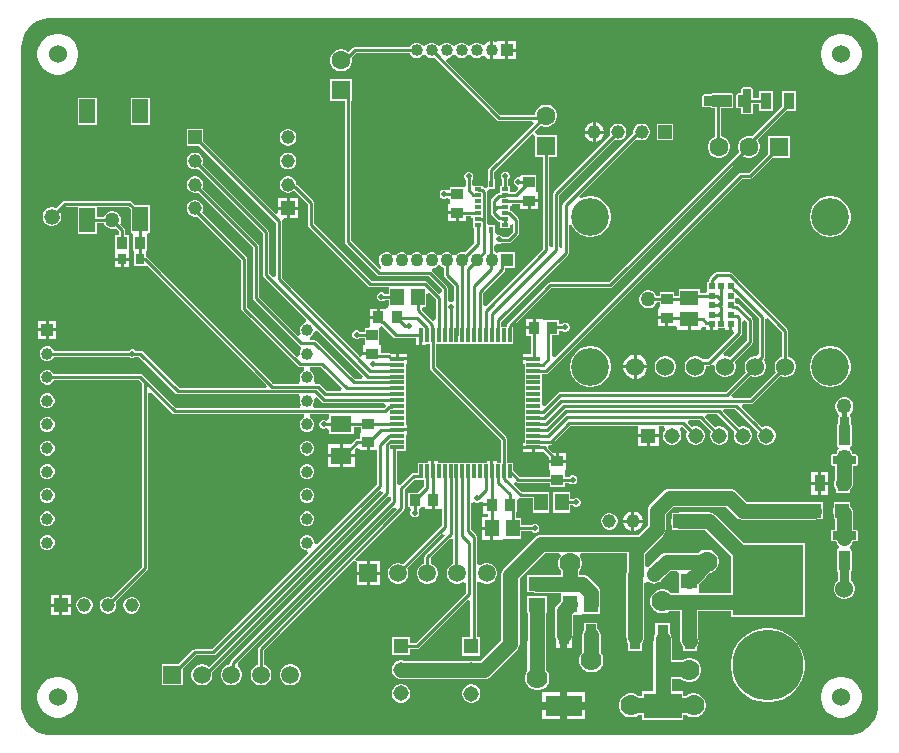
<source format=gtl>
G04*
G04 #@! TF.GenerationSoftware,Altium Limited,Altium Designer,25.8.1 (18)*
G04*
G04 Layer_Physical_Order=1*
G04 Layer_Color=255*
%FSLAX25Y25*%
%MOIN*%
G70*
G04*
G04 #@! TF.SameCoordinates,CEE5F6FD-B113-487D-9DF9-78F472C9FAAA*
G04*
G04*
G04 #@! TF.FilePolarity,Positive*
G04*
G01*
G75*
%ADD12C,0.01000*%
%ADD17R,0.03350X0.06934*%
%ADD18R,0.12405X0.06934*%
%ADD19R,0.05787X0.04567*%
%ADD20R,0.03740X0.08465*%
%ADD21R,0.03622X0.05591*%
%ADD22R,0.01968X0.01968*%
%ADD23R,0.03858X0.03622*%
%ADD24R,0.02323X0.01378*%
%ADD25R,0.06142X0.05039*%
%ADD26R,0.04567X0.05787*%
%ADD27R,0.03622X0.03858*%
%ADD28R,0.04700X0.01200*%
%ADD29R,0.01200X0.04700*%
%ADD30R,0.02756X0.03543*%
%ADD31R,0.07165X0.05669*%
%ADD32R,0.12795X0.08465*%
%ADD33R,0.05512X0.08268*%
%ADD34R,0.04528X0.04528*%
%ADD35R,0.01378X0.02323*%
%ADD67C,0.06000*%
%ADD75R,0.01968X0.01968*%
%ADD76C,0.05000*%
%ADD77C,0.01500*%
%ADD78C,0.03000*%
%ADD79C,0.04528*%
%ADD80R,0.04528X0.04528*%
%ADD81R,0.06319X0.06319*%
%ADD82C,0.06319*%
%ADD83R,0.23622X0.23622*%
%ADD84C,0.06024*%
%ADD85R,0.05937X0.05937*%
%ADD86R,0.03976X0.03976*%
%ADD87R,0.05150X0.05150*%
%ADD88C,0.03976*%
%ADD89R,0.03969X0.03969*%
%ADD90C,0.05150*%
%ADD91C,0.23622*%
%ADD92C,0.04281*%
%ADD93C,0.05937*%
%ADD94C,0.03969*%
%ADD95R,0.05150X0.05150*%
%ADD96C,0.05200*%
%ADD97R,0.04281X0.04281*%
%ADD98R,0.06319X0.06319*%
%ADD99C,0.12598*%
%ADD100C,0.02000*%
%ADD101C,0.05000*%
%ADD102C,0.07000*%
G36*
X275590Y238740D02*
X276575D01*
X278507Y238356D01*
X280327Y237602D01*
X281965Y236508D01*
X283358Y235115D01*
X284452Y233477D01*
X285206Y231657D01*
X285591Y229725D01*
Y228740D01*
X285591D01*
X285591Y9606D01*
X285591D01*
X285591Y9213D01*
X285515Y8244D01*
X285206Y6689D01*
X284452Y4870D01*
X283358Y3232D01*
X281965Y1839D01*
X280327Y744D01*
X278507Y-9D01*
X276575Y-394D01*
X275590D01*
Y-394D01*
X10079Y-394D01*
X9094Y-394D01*
X7162Y-9D01*
X5342Y744D01*
X3704Y1839D01*
X2311Y3232D01*
X1217Y4870D01*
X463Y6689D01*
X79Y8621D01*
Y9606D01*
X79Y228740D01*
X79D01*
X79Y229134D01*
X154Y230103D01*
X463Y231657D01*
X1217Y233477D01*
X2311Y235115D01*
X3704Y236508D01*
X5342Y237602D01*
X7162Y238356D01*
X9094Y238740D01*
X10079D01*
Y238740D01*
X275590Y238740D01*
D02*
G37*
%LPC*%
G36*
X158823Y230862D02*
X157823Y230697D01*
X157311Y230834D01*
Y227874D01*
Y224914D01*
X157823Y225051D01*
X158823Y224886D01*
Y224886D01*
X161311D01*
Y227874D01*
Y230862D01*
X158823D01*
X158823Y230862D01*
D02*
G37*
G36*
X156311Y230834D02*
X155658Y230659D01*
X154976Y230265D01*
X154611Y229900D01*
X154400Y229712D01*
X153349Y229855D01*
X153220Y229983D01*
X152306Y230362D01*
X151316D01*
X150402Y229983D01*
X149915Y229496D01*
X149311Y229367D01*
X148707Y229496D01*
X148221Y229983D01*
X147306Y230362D01*
X146316D01*
X145402Y229983D01*
X144915Y229496D01*
X144311Y229367D01*
X143708Y229496D01*
X143220Y229983D01*
X142306Y230362D01*
X141316D01*
X140402Y229983D01*
X139915Y229496D01*
X139311Y229367D01*
X138707Y229496D01*
X138221Y229983D01*
X137306Y230362D01*
X136316D01*
X135402Y229983D01*
X134915Y229496D01*
X134311Y229367D01*
X133707Y229496D01*
X133221Y229983D01*
X132306Y230362D01*
X131316D01*
X130402Y229983D01*
X129702Y229283D01*
X129540Y228894D01*
X111174D01*
X110784Y228816D01*
X110453Y228595D01*
X109067Y227209D01*
X108847Y227428D01*
X108012Y227910D01*
X107082Y228159D01*
X106118D01*
X105187Y227910D01*
X104353Y227428D01*
X103672Y226747D01*
X103190Y225912D01*
X102941Y224982D01*
Y224018D01*
X103190Y223088D01*
X103672Y222253D01*
X104353Y221572D01*
X105187Y221090D01*
X106118Y220841D01*
X107082D01*
X108012Y221090D01*
X108847Y221572D01*
X109528Y222253D01*
X110010Y223088D01*
X110259Y224018D01*
Y224982D01*
X110146Y225404D01*
X111596Y226854D01*
X129540D01*
X129702Y226465D01*
X130402Y225765D01*
X131316Y225386D01*
X132306D01*
X133221Y225765D01*
X133707Y226252D01*
X134311Y226381D01*
X134915Y226252D01*
X135402Y225765D01*
X136316Y225386D01*
X137306D01*
X137696Y225547D01*
X158564Y204679D01*
X158895Y204458D01*
X159285Y204380D01*
X170424D01*
X170838Y203380D01*
X155972Y188514D01*
X155751Y188183D01*
X155673Y187793D01*
Y184850D01*
X155504D01*
Y182310D01*
X155452Y182288D01*
Y182288D01*
X154595Y181933D01*
X153768Y182466D01*
Y182744D01*
X150445D01*
X150232Y183656D01*
Y184725D01*
X150484Y184977D01*
X150713Y185528D01*
Y186125D01*
X150484Y186676D01*
X150062Y187098D01*
X149511Y187327D01*
X148914D01*
X148363Y187098D01*
X147941Y186676D01*
X147713Y186125D01*
Y185528D01*
X147941Y184977D01*
X148193Y184725D01*
Y182932D01*
X147705Y182134D01*
X147193Y182134D01*
X142847D01*
Y181424D01*
X141847Y181141D01*
X141795Y181193D01*
X141243Y181421D01*
X140647D01*
X140095Y181193D01*
X139673Y180771D01*
X139445Y180220D01*
Y179623D01*
X139673Y179072D01*
X140095Y178650D01*
X140647Y178421D01*
X141243D01*
X141795Y178650D01*
X141847Y178701D01*
X142847Y178418D01*
Y177532D01*
X142847Y177512D01*
X142799Y176532D01*
X142347D01*
Y174221D01*
X145276D01*
Y173721D01*
X145776D01*
Y170910D01*
X148205D01*
Y172661D01*
X149945D01*
Y171992D01*
X150445D01*
Y168555D01*
X151087D01*
Y163592D01*
X147830Y160335D01*
X147159Y160515D01*
X146463D01*
X145792Y160335D01*
X145190Y159987D01*
X144939Y159737D01*
X144311Y159587D01*
X143683Y159737D01*
X143432Y159987D01*
X142830Y160335D01*
X142159Y160515D01*
X141463D01*
X140792Y160335D01*
X140190Y159987D01*
X139939Y159737D01*
X139311Y159587D01*
X138683Y159737D01*
X138432Y159987D01*
X137830Y160335D01*
X137159Y160515D01*
X136463D01*
X135792Y160335D01*
X135190Y159987D01*
X134939Y159737D01*
X134311Y159587D01*
X133683Y159737D01*
X133432Y159987D01*
X132830Y160335D01*
X132159Y160515D01*
X131463D01*
X130792Y160335D01*
X130190Y159987D01*
X129939Y159737D01*
X129311Y159587D01*
X128683Y159737D01*
X128432Y159987D01*
X127830Y160335D01*
X127159Y160515D01*
X126463D01*
X125792Y160335D01*
X125190Y159987D01*
X124939Y159737D01*
X124311Y159587D01*
X123683Y159737D01*
X123432Y159987D01*
X122830Y160335D01*
X122159Y160515D01*
X121463D01*
X120792Y160335D01*
X120190Y159987D01*
X119698Y159495D01*
X119350Y158893D01*
X119170Y158222D01*
Y157526D01*
X119350Y156855D01*
X119698Y156253D01*
X119963Y155988D01*
X119879Y155132D01*
X119746Y154862D01*
X119624Y154822D01*
X119510Y154832D01*
X109920Y164422D01*
Y210841D01*
X110259D01*
Y218160D01*
X102941D01*
Y210841D01*
X107880D01*
Y164000D01*
X107958Y163610D01*
X108179Y163279D01*
X118679Y152779D01*
X119010Y152558D01*
X119400Y152480D01*
X135778D01*
X140122Y148136D01*
Y147199D01*
X139122Y146785D01*
X135186Y150721D01*
X134856Y150942D01*
X134465Y151020D01*
X116822D01*
X97720Y170122D01*
Y176900D01*
X97642Y177290D01*
X97421Y177621D01*
X92135Y182907D01*
X91912Y183056D01*
X91851Y183117D01*
X91740Y183191D01*
Y183435D01*
X91552Y184138D01*
X91188Y184768D01*
X90673Y185282D01*
X90043Y185646D01*
X89340Y185835D01*
X88613D01*
X87910Y185646D01*
X87279Y185282D01*
X86765Y184768D01*
X86401Y184138D01*
X86213Y183435D01*
Y182707D01*
X86401Y182004D01*
X86765Y181374D01*
X87279Y180859D01*
X87910Y180495D01*
X88613Y180307D01*
X89340D01*
X90043Y180495D01*
X90673Y180859D01*
X90986Y181172D01*
X95680Y176478D01*
Y169700D01*
X95758Y169310D01*
X95979Y168979D01*
X115679Y149279D01*
X116010Y149058D01*
X116400Y148980D01*
X122492D01*
Y146689D01*
X121180D01*
X120928Y146941D01*
X120377Y147169D01*
X119780D01*
X119229Y146941D01*
X118807Y146519D01*
X118579Y145968D01*
Y145371D01*
X118807Y144820D01*
X119229Y144398D01*
X119780Y144169D01*
X120377D01*
X120928Y144398D01*
X121180Y144650D01*
X122492D01*
X122492Y143175D01*
Y142924D01*
X122340Y142289D01*
X122076Y141982D01*
X122034Y141952D01*
X121676Y141823D01*
X121395Y141729D01*
X119549Y141729D01*
Y138800D01*
X119049D01*
Y138300D01*
X116238D01*
Y136185D01*
X116238Y135871D01*
X115522Y135185D01*
X114500D01*
Y134090D01*
X112913D01*
X112661Y134343D01*
X112109Y134571D01*
X111513D01*
X110961Y134343D01*
X110539Y133921D01*
X110311Y133369D01*
Y132773D01*
X110539Y132221D01*
X110961Y131799D01*
X111513Y131571D01*
X112109D01*
X112661Y131799D01*
X112913Y132051D01*
X114500D01*
Y130583D01*
X114500Y130563D01*
X114453Y129583D01*
X114000D01*
Y127272D01*
X116929D01*
Y126272D01*
X114000D01*
Y126150D01*
X113076Y125767D01*
X86846Y151997D01*
Y170866D01*
X86833Y170933D01*
X87322Y171755D01*
X87519Y171933D01*
X88476D01*
Y174697D01*
X85713D01*
Y173729D01*
X84789Y173346D01*
X60638Y197497D01*
Y201583D01*
X55110D01*
Y196055D01*
X59196D01*
X84807Y170444D01*
Y152604D01*
X83807Y152190D01*
X82516Y153481D01*
Y167323D01*
X82438Y167713D01*
X82217Y168044D01*
X60425Y189836D01*
X60449Y189878D01*
X60638Y190581D01*
Y191309D01*
X60449Y192012D01*
X60086Y192642D01*
X59571Y193157D01*
X58941Y193520D01*
X58238Y193709D01*
X57510D01*
X56807Y193520D01*
X56177Y193157D01*
X55662Y192642D01*
X55299Y192012D01*
X55110Y191309D01*
Y190581D01*
X55299Y189878D01*
X55662Y189248D01*
X56177Y188733D01*
X56807Y188370D01*
X57510Y188181D01*
X58238D01*
X58941Y188370D01*
X58983Y188394D01*
X80476Y166901D01*
Y153059D01*
X80554Y152669D01*
X80775Y152338D01*
X94983Y138130D01*
X94888Y137660D01*
X94631Y137068D01*
X93868Y136752D01*
X93169Y136053D01*
X92791Y135140D01*
Y134151D01*
X93169Y133238D01*
X92413Y132651D01*
X79282Y145782D01*
Y162682D01*
X79205Y163072D01*
X78984Y163403D01*
X60425Y181962D01*
X60449Y182004D01*
X60638Y182707D01*
Y183435D01*
X60449Y184138D01*
X60086Y184768D01*
X59571Y185282D01*
X58941Y185646D01*
X58238Y185835D01*
X57510D01*
X56807Y185646D01*
X56177Y185282D01*
X55662Y184768D01*
X55299Y184138D01*
X55110Y183435D01*
Y182707D01*
X55299Y182004D01*
X55662Y181374D01*
X56177Y180859D01*
X56807Y180495D01*
X57510Y180307D01*
X58238D01*
X58941Y180495D01*
X58983Y180520D01*
X77243Y162260D01*
Y145359D01*
X77321Y144969D01*
X77542Y144638D01*
X92586Y129594D01*
X92917Y129373D01*
X92944Y129368D01*
X93295Y128505D01*
X93292Y128302D01*
X93169Y128179D01*
X92791Y127266D01*
Y126277D01*
X92842Y126156D01*
X91994Y125590D01*
X75429Y142155D01*
Y158268D01*
X75351Y158658D01*
X75130Y158989D01*
X60281Y173838D01*
X60449Y174130D01*
X60638Y174833D01*
Y175561D01*
X60449Y176264D01*
X60086Y176894D01*
X59571Y177408D01*
X58941Y177772D01*
X58238Y177961D01*
X57510D01*
X56807Y177772D01*
X56177Y177408D01*
X55662Y176894D01*
X55299Y176264D01*
X55110Y175561D01*
Y174833D01*
X55299Y174130D01*
X55662Y173500D01*
X56177Y172985D01*
X56807Y172621D01*
X57510Y172433D01*
X58238D01*
X58683Y172552D01*
X73390Y157845D01*
Y141732D01*
X73467Y141342D01*
X73689Y141011D01*
X92192Y122507D01*
X92523Y122286D01*
X92913Y122209D01*
X94165D01*
X94363Y121209D01*
X93868Y121004D01*
X93169Y120305D01*
X92791Y119392D01*
Y118403D01*
X93055Y117768D01*
X92689Y116988D01*
X92478Y116768D01*
X84084D01*
X41863Y158989D01*
X41532Y159210D01*
X41445Y159227D01*
Y160539D01*
X41901Y161350D01*
X41976D01*
Y166209D01*
X42433Y167020D01*
X43020D01*
Y176287D01*
X37950D01*
X36745Y177493D01*
X36414Y177714D01*
X36024Y177791D01*
X14567D01*
X14177Y177714D01*
X13846Y177493D01*
X11591Y175238D01*
X11433Y175330D01*
X10644Y175541D01*
X9828D01*
X9040Y175330D01*
X8333Y174922D01*
X7756Y174344D01*
X7348Y173637D01*
X7136Y172849D01*
Y172033D01*
X7348Y171244D01*
X7756Y170537D01*
X8333Y169960D01*
X9040Y169552D01*
X9828Y169341D01*
X10644D01*
X11433Y169552D01*
X12140Y169960D01*
X12717Y170537D01*
X13125Y171244D01*
X13336Y172033D01*
Y172849D01*
X13125Y173637D01*
X13033Y173796D01*
X14989Y175752D01*
X18791D01*
Y166626D01*
X25303D01*
Y170240D01*
X27482D01*
X27519Y170102D01*
X27914Y169418D01*
X28473Y168859D01*
X29157Y168464D01*
X29920Y168260D01*
X30710D01*
X31473Y168464D01*
X31597Y168536D01*
X32543Y167589D01*
Y166209D01*
X31252D01*
Y162026D01*
X31252Y161350D01*
X31284Y160364D01*
Y158768D01*
X33661D01*
X36039D01*
Y160419D01*
X36039Y161039D01*
X35874Y161971D01*
Y166209D01*
X34583D01*
Y168012D01*
X34505Y168402D01*
X34284Y168733D01*
X33039Y169978D01*
X33110Y170102D01*
X33315Y170865D01*
Y171655D01*
X33110Y172418D01*
X32716Y173102D01*
X32157Y173660D01*
X31473Y174055D01*
X30710Y174260D01*
X29920D01*
X29157Y174055D01*
X28473Y173660D01*
X27914Y173102D01*
X27519Y172418D01*
X27482Y172279D01*
X25303D01*
Y175752D01*
X35601D01*
X36508Y174846D01*
Y167020D01*
X36898D01*
X37354Y166209D01*
Y161401D01*
X37354Y161350D01*
X37354D01*
X37689Y160539D01*
X37689Y160539D01*
Y155996D01*
X41445D01*
Y155996D01*
X41817Y156150D01*
X81851Y116117D01*
X81468Y115193D01*
X52785D01*
X40485Y127493D01*
X40154Y127714D01*
X39764Y127791D01*
X38110D01*
X37858Y128043D01*
X37306Y128272D01*
X36709D01*
X36158Y128043D01*
X35906Y127791D01*
X10928D01*
X10768Y128179D01*
X10069Y128878D01*
X9156Y129256D01*
X8167D01*
X7254Y128878D01*
X6555Y128179D01*
X6177Y127266D01*
Y126277D01*
X6555Y125364D01*
X7254Y124666D01*
X8167Y124287D01*
X9156D01*
X10069Y124666D01*
X10768Y125364D01*
X10928Y125752D01*
X35906D01*
X36158Y125500D01*
X36709Y125272D01*
X37306D01*
X37858Y125500D01*
X38110Y125752D01*
X39341D01*
X51641Y113452D01*
X51972Y113231D01*
X52362Y113154D01*
X92478D01*
X92689Y112933D01*
X93055Y112154D01*
X92791Y111518D01*
Y110529D01*
X93169Y109616D01*
X93286Y109500D01*
X92872Y108500D01*
X51603D01*
X42059Y118044D01*
X40485Y119619D01*
X40154Y119840D01*
X39764Y119917D01*
X10928D01*
X10768Y120305D01*
X10069Y121004D01*
X9156Y121382D01*
X8167D01*
X7254Y121004D01*
X6555Y120305D01*
X6177Y119392D01*
Y118403D01*
X6555Y117490D01*
X7254Y116792D01*
X8167Y116413D01*
X9156D01*
X10069Y116792D01*
X10768Y117490D01*
X10928Y117878D01*
X39341D01*
X40319Y116901D01*
Y55703D01*
X30049Y45433D01*
X30007Y45457D01*
X29304Y45646D01*
X28576D01*
X27873Y45457D01*
X27243Y45094D01*
X26729Y44579D01*
X26365Y43949D01*
X26176Y43246D01*
Y42518D01*
X26365Y41815D01*
X26729Y41185D01*
X27243Y40670D01*
X27873Y40306D01*
X28576Y40118D01*
X29304D01*
X30007Y40306D01*
X30637Y40670D01*
X31152Y41185D01*
X31516Y41815D01*
X31704Y42518D01*
Y43246D01*
X31516Y43949D01*
X31491Y43991D01*
X42059Y54559D01*
X42281Y54890D01*
X42358Y55280D01*
Y113555D01*
X43282Y113937D01*
X50460Y106759D01*
X50791Y106538D01*
X51181Y106461D01*
X94165D01*
X94363Y105461D01*
X93868Y105256D01*
X93169Y104557D01*
X92791Y103644D01*
Y102655D01*
X93169Y101742D01*
X93868Y101044D01*
X94781Y100665D01*
X95770D01*
X96683Y101044D01*
X97382Y101742D01*
X97760Y102655D01*
Y103644D01*
X97382Y104557D01*
X96683Y105256D01*
X96188Y105461D01*
X96387Y106461D01*
X102610D01*
Y104842D01*
X101637Y104421D01*
X101086Y104650D01*
X100489D01*
X99938Y104421D01*
X99516Y103999D01*
X99287Y103448D01*
Y102851D01*
X99516Y102300D01*
X99938Y101878D01*
X100489Y101650D01*
X101086D01*
X101637Y101878D01*
X102610Y101457D01*
Y99957D01*
X110776D01*
Y102272D01*
X113319D01*
Y101134D01*
X113319D01*
X113271Y100154D01*
X112819D01*
Y98362D01*
X112012D01*
X111622Y98285D01*
X111291Y98063D01*
X109834Y96606D01*
X107193D01*
Y93272D01*
X111276D01*
Y94944D01*
X111867Y95410D01*
X112819Y94988D01*
Y94532D01*
X115248D01*
Y97342D01*
X116248D01*
Y94532D01*
X118666D01*
Y83206D01*
X98760Y63300D01*
X97760Y63714D01*
Y64274D01*
X97382Y65187D01*
X96683Y65886D01*
X95770Y66264D01*
X94781D01*
X93868Y65886D01*
X93169Y65187D01*
X92791Y64274D01*
Y63285D01*
X93169Y62372D01*
X93868Y61673D01*
X94781Y61295D01*
X95341D01*
X95755Y60295D01*
X63645Y28185D01*
X57874D01*
X57484Y28107D01*
X57153Y27886D01*
X52420Y23154D01*
X46925D01*
Y16217D01*
X53862D01*
Y21712D01*
X58296Y26146D01*
X64067D01*
X64457Y26223D01*
X64788Y26444D01*
X119428Y81084D01*
X120507Y80749D01*
X120577Y80369D01*
X62517Y22309D01*
X62366Y22460D01*
X61575Y22917D01*
X60693Y23154D01*
X59780D01*
X58897Y22917D01*
X58106Y22460D01*
X57461Y21815D01*
X57004Y21024D01*
X56768Y20142D01*
Y19228D01*
X57004Y18346D01*
X57461Y17555D01*
X58106Y16910D01*
X58897Y16453D01*
X59780Y16217D01*
X60693D01*
X61575Y16453D01*
X62366Y16910D01*
X63012Y17555D01*
X63468Y18346D01*
X63705Y19228D01*
Y20142D01*
X63605Y20514D01*
X122390Y79298D01*
X123390Y78884D01*
Y77800D01*
X69836Y24247D01*
X69615Y23916D01*
X69538Y23526D01*
Y23131D01*
X68740Y22917D01*
X67949Y22460D01*
X67303Y21815D01*
X66847Y21024D01*
X66610Y20142D01*
Y19228D01*
X66847Y18346D01*
X67303Y17555D01*
X67949Y16910D01*
X68740Y16453D01*
X69622Y16217D01*
X70535D01*
X71417Y16453D01*
X72208Y16910D01*
X72854Y17555D01*
X73311Y18346D01*
X73547Y19228D01*
Y20142D01*
X73311Y21024D01*
X72854Y21815D01*
X72208Y22460D01*
X72132Y23659D01*
X124019Y75546D01*
X125104Y75217D01*
X125141Y75035D01*
X79200Y29095D01*
X78979Y28764D01*
X78902Y28374D01*
Y23003D01*
X78583Y22917D01*
X77792Y22460D01*
X77146Y21815D01*
X76689Y21024D01*
X76453Y20142D01*
Y19228D01*
X76689Y18346D01*
X77146Y17555D01*
X77792Y16910D01*
X78583Y16453D01*
X79465Y16217D01*
X80378D01*
X81260Y16453D01*
X82051Y16910D01*
X82697Y17555D01*
X83153Y18346D01*
X83390Y19228D01*
Y20142D01*
X83153Y21024D01*
X82697Y21815D01*
X82051Y22460D01*
X81260Y22917D01*
X80941Y23003D01*
Y27952D01*
X110977Y57987D01*
X111779Y57376D01*
X111779Y56568D01*
Y54043D01*
X115248D01*
Y57512D01*
X112770D01*
X111915Y57512D01*
X111304Y58315D01*
X127493Y74503D01*
X127714Y74834D01*
X127791Y75224D01*
Y81467D01*
X131168Y84844D01*
X132168Y84748D01*
Y84749D01*
X134217D01*
Y82529D01*
X132070Y80382D01*
X128890D01*
Y75524D01*
X129468D01*
X129929Y74570D01*
X129701Y74019D01*
Y73422D01*
X129929Y72871D01*
X130351Y72449D01*
X130902Y72220D01*
X131499D01*
X132051Y72449D01*
X132472Y72871D01*
X132701Y73422D01*
Y74019D01*
X132472Y74570D01*
X132706Y75054D01*
X133512Y75524D01*
X134492Y75476D01*
Y75024D01*
X136803D01*
Y77953D01*
X137803D01*
Y75024D01*
X140114D01*
X140122Y74027D01*
Y69517D01*
X127216Y56610D01*
X126929Y56775D01*
X126047Y57012D01*
X125134D01*
X124252Y56775D01*
X123461Y56319D01*
X122815Y55673D01*
X122358Y54882D01*
X122122Y54000D01*
Y53087D01*
X122358Y52205D01*
X122815Y51414D01*
X123461Y50768D01*
X124252Y50311D01*
X125134Y50075D01*
X126047D01*
X126929Y50311D01*
X127720Y50768D01*
X128366Y51414D01*
X128823Y52205D01*
X129059Y53087D01*
Y54000D01*
X128823Y54882D01*
X128657Y55168D01*
X140258Y66769D01*
X141343Y66440D01*
X141349Y66412D01*
X134712Y59776D01*
X134491Y59445D01*
X134414Y59055D01*
Y56861D01*
X134094Y56775D01*
X133303Y56319D01*
X132658Y55673D01*
X132201Y54882D01*
X131965Y54000D01*
Y53087D01*
X132201Y52205D01*
X132658Y51414D01*
X133303Y50768D01*
X134094Y50311D01*
X134976Y50075D01*
X135890D01*
X136772Y50311D01*
X137563Y50768D01*
X138209Y51414D01*
X138665Y52205D01*
X138902Y53087D01*
Y54000D01*
X138665Y54882D01*
X138209Y55673D01*
X137563Y56319D01*
X136772Y56775D01*
X136453Y56861D01*
Y58633D01*
X143059Y65239D01*
X144059Y64825D01*
Y56808D01*
X143937Y56775D01*
X143146Y56319D01*
X142500Y55673D01*
X142043Y54882D01*
X141807Y54000D01*
Y53087D01*
X142043Y52205D01*
X142500Y51414D01*
X143146Y50768D01*
X143937Y50311D01*
X144819Y50075D01*
X145732D01*
X146614Y50311D01*
X147224Y50663D01*
X147844Y50449D01*
X148224Y50173D01*
Y46911D01*
X131609Y30295D01*
X129694D01*
Y32350D01*
X123545D01*
Y26201D01*
X129694D01*
Y28256D01*
X132032D01*
X132422Y28334D01*
X132753Y28555D01*
X148844Y44646D01*
X149768Y44263D01*
Y32209D01*
X146925D01*
Y26059D01*
X153075D01*
Y32209D01*
X151807D01*
Y50535D01*
X152807Y50949D01*
X152988Y50768D01*
X153779Y50311D01*
X154662Y50075D01*
X155575D01*
X156457Y50311D01*
X157248Y50768D01*
X157894Y51414D01*
X158350Y52205D01*
X158587Y53087D01*
Y54000D01*
X158350Y54882D01*
X157894Y55673D01*
X157248Y56319D01*
X156457Y56775D01*
X155575Y57012D01*
X154662D01*
X153779Y56775D01*
X152988Y56319D01*
X152807Y56137D01*
X151807Y56552D01*
Y65748D01*
X151729Y66138D01*
X151508Y66469D01*
X150036Y67942D01*
Y76862D01*
X151035Y77276D01*
X151060Y77252D01*
X151611Y77024D01*
X152208D01*
X152759Y77252D01*
X152980Y77473D01*
X153916Y77208D01*
X153980Y77167D01*
Y76878D01*
X156791D01*
Y75878D01*
X153980D01*
Y73449D01*
X155772D01*
Y72398D01*
X153567D01*
Y69004D01*
X156850D01*
Y68504D01*
X157350D01*
Y64610D01*
X160134D01*
Y64778D01*
X160996Y65110D01*
Y65110D01*
X166563D01*
Y67484D01*
X170158D01*
X170410Y67232D01*
X170961Y67004D01*
X171558D01*
X172109Y67232D01*
X172531Y67654D01*
X172760Y68206D01*
Y68802D01*
X172531Y69354D01*
X172109Y69776D01*
X171558Y70004D01*
X170961D01*
X170410Y69776D01*
X170158Y69524D01*
X166563D01*
Y71898D01*
X164799D01*
Y73949D01*
X165205D01*
Y77999D01*
X165921Y78505D01*
X166205Y78592D01*
X166471Y78540D01*
X170445D01*
Y73772D01*
X176012D01*
Y80559D01*
X171543D01*
X171445Y80579D01*
X166893D01*
X164367Y83105D01*
X164696Y84190D01*
X164751Y84201D01*
X164929Y84023D01*
X165259Y83802D01*
X165650Y83724D01*
X176311D01*
Y82433D01*
X181169D01*
Y83626D01*
X182756D01*
X183009Y83374D01*
X183560Y83146D01*
X184157D01*
X184708Y83374D01*
X185130Y83796D01*
X185358Y84347D01*
Y84944D01*
X185130Y85495D01*
X184708Y85917D01*
X184157Y86146D01*
X183560D01*
X183009Y85917D01*
X182756Y85665D01*
X181169D01*
Y87035D01*
X181169Y87055D01*
X181217Y88035D01*
X181669D01*
Y90346D01*
X178740D01*
X175811D01*
Y88035D01*
X176263D01*
X176311Y87055D01*
X176311Y87035D01*
Y85764D01*
X166072D01*
X163895Y87940D01*
Y90448D01*
X161846D01*
Y98425D01*
X161769Y98815D01*
X161548Y99146D01*
X138224Y122470D01*
Y130024D01*
X163895D01*
Y135682D01*
X176694Y148480D01*
X196350D01*
X196741Y148558D01*
X197071Y148779D01*
X240755Y192463D01*
X241107Y192259D01*
X242038Y192010D01*
X243002D01*
X243932Y192259D01*
X244767Y192741D01*
X245448Y193422D01*
X245930Y194257D01*
X246179Y195187D01*
Y196151D01*
X245930Y197082D01*
X245448Y197916D01*
X245425Y197940D01*
X255214Y207728D01*
X258394D01*
Y214319D01*
X253772D01*
Y209170D01*
X243734Y199133D01*
X243002Y199329D01*
X242038D01*
X241107Y199079D01*
X240273Y198598D01*
X239591Y197916D01*
X239110Y197082D01*
X238860Y196151D01*
Y195187D01*
X239110Y194257D01*
X239313Y193904D01*
X195928Y150520D01*
X176272D01*
X175882Y150442D01*
X175551Y150221D01*
X162074Y136745D01*
X161853Y136414D01*
X161776Y136024D01*
Y135724D01*
X159878D01*
Y137436D01*
X182175Y159733D01*
X182396Y160064D01*
X182474Y160454D01*
Y169662D01*
X183474Y169860D01*
X183739Y169220D01*
X184483Y168107D01*
X185430Y167160D01*
X186543Y166416D01*
X187781Y165903D01*
X189094Y165642D01*
X190433D01*
X191747Y165903D01*
X192984Y166416D01*
X194098Y167160D01*
X195045Y168107D01*
X195789Y169220D01*
X196301Y170458D01*
X196563Y171771D01*
Y173111D01*
X196301Y174424D01*
X195789Y175662D01*
X195045Y176775D01*
X194098Y177722D01*
X192984Y178466D01*
X191747Y178979D01*
X190433Y179240D01*
X189094D01*
X187781Y178979D01*
X186543Y178466D01*
X186052Y179311D01*
X205120Y198378D01*
X205733Y198025D01*
X206436Y197836D01*
X207164D01*
X207867Y198025D01*
X208497Y198388D01*
X209012Y198903D01*
X209375Y199533D01*
X209564Y200236D01*
Y200964D01*
X209375Y201667D01*
X209012Y202297D01*
X208497Y202812D01*
X207867Y203175D01*
X207164Y203364D01*
X206436D01*
X205733Y203175D01*
X205103Y202812D01*
X204588Y202297D01*
X204225Y201667D01*
X204036Y200964D01*
Y200236D01*
X204048Y200190D01*
X180733Y176875D01*
X180512Y176544D01*
X180434Y176154D01*
Y161644D01*
X180366Y161609D01*
X179366Y162215D01*
Y179598D01*
X197817Y198049D01*
X197859Y198025D01*
X198562Y197836D01*
X199290D01*
X199993Y198025D01*
X200623Y198388D01*
X201138Y198903D01*
X201501Y199533D01*
X201690Y200236D01*
Y200964D01*
X201501Y201667D01*
X201138Y202297D01*
X200623Y202812D01*
X199993Y203175D01*
X199290Y203364D01*
X198562D01*
X197859Y203175D01*
X197229Y202812D01*
X196714Y202297D01*
X196351Y201667D01*
X196162Y200964D01*
Y200236D01*
X196351Y199533D01*
X196375Y199491D01*
X177626Y180741D01*
X177404Y180411D01*
X177327Y180020D01*
Y162417D01*
X177020Y162208D01*
X176020Y162738D01*
Y192441D01*
X178659D01*
Y199759D01*
X172324D01*
X172014Y199759D01*
X171218Y200636D01*
X171228Y200886D01*
X173235Y202893D01*
X173588Y202690D01*
X174518Y202441D01*
X175482D01*
X176412Y202690D01*
X177247Y203172D01*
X177928Y203853D01*
X178410Y204688D01*
X178659Y205618D01*
Y206582D01*
X178410Y207512D01*
X177928Y208347D01*
X177247Y209028D01*
X176412Y209510D01*
X175482Y209759D01*
X174518D01*
X173588Y209510D01*
X172753Y209028D01*
X172072Y208347D01*
X171590Y207512D01*
X171341Y206582D01*
Y206420D01*
X159707D01*
X141741Y224386D01*
X142155Y225386D01*
X142306D01*
X143220Y225765D01*
X143708Y226252D01*
X144311Y226381D01*
X144915Y226252D01*
X145402Y225765D01*
X146316Y225386D01*
X147306D01*
X148221Y225765D01*
X148707Y226252D01*
X149311Y226381D01*
X149915Y226252D01*
X150402Y225765D01*
X151316Y225386D01*
X152306D01*
X153220Y225765D01*
X153349Y225893D01*
X154400Y226037D01*
X154611Y225848D01*
X154976Y225483D01*
X155658Y225090D01*
X156311Y224914D01*
Y227874D01*
Y230834D01*
D02*
G37*
G36*
X164799Y230862D02*
X162311D01*
Y228374D01*
X164799D01*
Y230862D01*
D02*
G37*
G36*
Y227374D02*
X162311D01*
Y224886D01*
X164799D01*
Y227374D01*
D02*
G37*
G36*
X274056Y233335D02*
X272716D01*
X271403Y233073D01*
X270165Y232561D01*
X269052Y231817D01*
X268105Y230870D01*
X267360Y229756D01*
X266848Y228519D01*
X266587Y227205D01*
Y225866D01*
X266848Y224552D01*
X267360Y223315D01*
X268105Y222201D01*
X269052Y221254D01*
X270165Y220510D01*
X271403Y219998D01*
X272716Y219736D01*
X274056D01*
X275369Y219998D01*
X276606Y220510D01*
X277720Y221254D01*
X278667Y222201D01*
X279411Y223315D01*
X279924Y224552D01*
X280185Y225866D01*
Y227205D01*
X279924Y228519D01*
X279411Y229756D01*
X278667Y230870D01*
X277720Y231817D01*
X276606Y232561D01*
X275369Y233073D01*
X274056Y233335D01*
D02*
G37*
G36*
X12874D02*
X11535D01*
X10221Y233073D01*
X8984Y232561D01*
X7870Y231817D01*
X6923Y230870D01*
X6179Y229756D01*
X5667Y228519D01*
X5406Y227205D01*
Y225866D01*
X5667Y224552D01*
X6179Y223315D01*
X6923Y222201D01*
X7870Y221254D01*
X8984Y220510D01*
X10221Y219998D01*
X11535Y219736D01*
X12874D01*
X14188Y219998D01*
X15425Y220510D01*
X16539Y221254D01*
X17486Y222201D01*
X18230Y223315D01*
X18743Y224552D01*
X19004Y225866D01*
Y227205D01*
X18743Y228519D01*
X18230Y229756D01*
X17486Y230870D01*
X16539Y231817D01*
X15425Y232561D01*
X14188Y233073D01*
X12874Y233335D01*
D02*
G37*
G36*
X243307Y215502D02*
X240551D01*
X240168Y215343D01*
X240010Y214961D01*
Y213533D01*
X238976D01*
X238594Y213375D01*
X238435Y212992D01*
Y209055D01*
X238594Y208672D01*
X238976Y208514D01*
X240010D01*
Y207087D01*
X240168Y206704D01*
X240551Y206545D01*
X243307D01*
X243690Y206704D01*
X243848Y207087D01*
Y210004D01*
X245898D01*
Y207728D01*
X250520D01*
Y214319D01*
X245898D01*
Y212043D01*
X243848D01*
Y214961D01*
X243690Y215343D01*
X243307Y215502D01*
D02*
G37*
G36*
X43020Y212114D02*
X36508D01*
Y202847D01*
X43020D01*
Y212114D01*
D02*
G37*
G36*
X25303D02*
X18791D01*
Y202847D01*
X25303D01*
Y212114D01*
D02*
G37*
G36*
X191552Y203845D02*
Y201100D01*
X194297D01*
X194093Y201860D01*
X193664Y202604D01*
X193056Y203212D01*
X192312Y203641D01*
X191552Y203845D01*
D02*
G37*
G36*
X190552Y203845D02*
X189792Y203641D01*
X189048Y203212D01*
X188440Y202604D01*
X188011Y201860D01*
X187807Y201100D01*
X190552D01*
Y203845D01*
D02*
G37*
G36*
X217438Y203364D02*
X211910D01*
Y197836D01*
X217438D01*
Y203364D01*
D02*
G37*
G36*
X194297Y200100D02*
X191552D01*
Y197355D01*
X192312Y197559D01*
X193056Y197988D01*
X193664Y198596D01*
X194093Y199340D01*
X194297Y200100D01*
D02*
G37*
G36*
X190552D02*
X187807D01*
X188011Y199340D01*
X188440Y198596D01*
X189048Y197988D01*
X189792Y197559D01*
X190552Y197355D01*
Y200100D01*
D02*
G37*
G36*
X89340Y201583D02*
X88613D01*
X87910Y201394D01*
X87279Y201030D01*
X86765Y200516D01*
X86401Y199886D01*
X86213Y199183D01*
Y198455D01*
X86401Y197752D01*
X86765Y197122D01*
X87279Y196607D01*
X87910Y196244D01*
X88613Y196055D01*
X89340D01*
X90043Y196244D01*
X90673Y196607D01*
X91188Y197122D01*
X91552Y197752D01*
X91740Y198455D01*
Y199183D01*
X91552Y199886D01*
X91188Y200516D01*
X90673Y201030D01*
X90043Y201394D01*
X89340Y201583D01*
D02*
G37*
G36*
X236811Y213533D02*
X230315D01*
X229932Y213375D01*
X229835Y213140D01*
X227559D01*
X227176Y212981D01*
X227018Y212598D01*
Y209449D01*
X227176Y209066D01*
X227559Y208908D01*
X229835D01*
X229932Y208672D01*
X230315Y208514D01*
X231166D01*
Y199095D01*
X231107Y199079D01*
X230273Y198598D01*
X229591Y197916D01*
X229110Y197082D01*
X228860Y196151D01*
Y195187D01*
X229110Y194257D01*
X229591Y193422D01*
X230273Y192741D01*
X231107Y192259D01*
X232038Y192010D01*
X233001D01*
X233932Y192259D01*
X234767Y192741D01*
X235448Y193422D01*
X235930Y194257D01*
X236179Y195187D01*
Y196151D01*
X235930Y197082D01*
X235448Y197916D01*
X234767Y198598D01*
X233932Y199079D01*
X233205Y199274D01*
Y208514D01*
X236811D01*
X237194Y208672D01*
X237352Y209055D01*
Y212992D01*
X237194Y213375D01*
X236811Y213533D01*
D02*
G37*
G36*
X89340Y193709D02*
X88613D01*
X87910Y193520D01*
X87279Y193157D01*
X86765Y192642D01*
X86401Y192012D01*
X86213Y191309D01*
Y190581D01*
X86401Y189878D01*
X86765Y189248D01*
X87279Y188733D01*
X87910Y188370D01*
X88613Y188181D01*
X89340D01*
X90043Y188370D01*
X90673Y188733D01*
X91188Y189248D01*
X91552Y189878D01*
X91740Y190581D01*
Y191309D01*
X91552Y192012D01*
X91188Y192642D01*
X90673Y193157D01*
X90043Y193520D01*
X89340Y193709D01*
D02*
G37*
G36*
X92240Y178461D02*
X89476D01*
Y175697D01*
X92240D01*
Y178461D01*
D02*
G37*
G36*
X88476D02*
X85713D01*
Y175697D01*
X88476D01*
Y178461D01*
D02*
G37*
G36*
X92240Y174697D02*
X89476D01*
Y171933D01*
X92240D01*
Y174697D01*
D02*
G37*
G36*
X144776Y173221D02*
X142347D01*
Y170910D01*
X144776D01*
Y173221D01*
D02*
G37*
G36*
X270355Y179240D02*
X269015D01*
X267702Y178979D01*
X266464Y178466D01*
X265351Y177722D01*
X264404Y176775D01*
X263660Y175662D01*
X263147Y174424D01*
X262886Y173111D01*
Y171771D01*
X263147Y170458D01*
X263660Y169220D01*
X264404Y168107D01*
X265351Y167160D01*
X266464Y166416D01*
X267702Y165903D01*
X269015Y165642D01*
X270355D01*
X271668Y165903D01*
X272906Y166416D01*
X274019Y167160D01*
X274966Y168107D01*
X275710Y169220D01*
X276223Y170458D01*
X276484Y171771D01*
Y173111D01*
X276223Y174424D01*
X275710Y175662D01*
X274966Y176775D01*
X274019Y177722D01*
X272906Y178466D01*
X271668Y178979D01*
X270355Y179240D01*
D02*
G37*
G36*
X36039Y157768D02*
X34161D01*
Y155496D01*
X36039D01*
Y157768D01*
D02*
G37*
G36*
X33161D02*
X31284D01*
Y155496D01*
X33161D01*
Y157768D01*
D02*
G37*
G36*
X118549Y141729D02*
X116238D01*
Y139300D01*
X118549D01*
Y141729D01*
D02*
G37*
G36*
X214709Y138279D02*
X212280D01*
Y135968D01*
X214709D01*
Y138279D01*
D02*
G37*
G36*
X170465Y138362D02*
X168154D01*
Y135933D01*
X170465D01*
Y138362D01*
D02*
G37*
G36*
X11646Y137630D02*
X9161D01*
Y135146D01*
X11646D01*
Y137630D01*
D02*
G37*
G36*
X8161D02*
X5677D01*
Y135146D01*
X8161D01*
Y137630D01*
D02*
G37*
G36*
X256179Y199329D02*
X248860D01*
Y193452D01*
X242528Y187120D01*
X239900D01*
X239510Y187042D01*
X239179Y186821D01*
X177776Y125417D01*
X176776Y125832D01*
Y133004D01*
X179378D01*
Y134310D01*
X180378Y134430D01*
X180545Y134263D01*
X181096Y134034D01*
X181693D01*
X182245Y134263D01*
X182667Y134685D01*
X182895Y135236D01*
Y135833D01*
X182667Y136384D01*
X182245Y136806D01*
X181693Y137034D01*
X181096D01*
X180545Y136806D01*
X180378Y136639D01*
X179378Y136759D01*
Y137862D01*
X174756D01*
Y137862D01*
X173776Y137910D01*
Y138362D01*
X171465D01*
Y135433D01*
X170965D01*
Y134933D01*
X168154D01*
Y132504D01*
X169945D01*
Y126600D01*
X167319D01*
Y125500D01*
X170669D01*
Y124500D01*
X167319D01*
Y123400D01*
X167819D01*
Y119963D01*
Y116026D01*
Y112089D01*
Y108152D01*
Y104215D01*
Y100278D01*
Y97073D01*
X167319D01*
Y95973D01*
X170669D01*
Y95473D01*
X171169D01*
Y93873D01*
X174019D01*
X174019Y93873D01*
Y93873D01*
X174787Y93357D01*
X175811Y92334D01*
Y91347D01*
X178240D01*
Y93657D01*
X177371D01*
X175607Y95421D01*
X176021Y96421D01*
X176575D01*
X176965Y96499D01*
X177296Y96720D01*
X183099Y102524D01*
X205480D01*
Y99910D01*
X209055D01*
X212630D01*
Y102524D01*
X214281D01*
X214695Y101524D01*
X214469Y101297D01*
X214064Y100596D01*
X213854Y99814D01*
Y99005D01*
X214064Y98223D01*
X214469Y97522D01*
X215041Y96949D01*
X215742Y96544D01*
X216524Y96335D01*
X217334D01*
X218116Y96544D01*
X218817Y96949D01*
X219390Y97522D01*
X219794Y98223D01*
X220004Y99005D01*
Y99814D01*
X219794Y100596D01*
X219474Y101152D01*
X219638Y101725D01*
X219910Y102191D01*
X220501Y102269D01*
X222024Y100746D01*
X221938Y100596D01*
X221728Y99814D01*
Y99005D01*
X221938Y98223D01*
X222343Y97522D01*
X222915Y96949D01*
X223616Y96544D01*
X224398Y96335D01*
X225208D01*
X225990Y96544D01*
X226691Y96949D01*
X227264Y97522D01*
X227668Y98223D01*
X227878Y99005D01*
Y99814D01*
X227668Y100596D01*
X227264Y101297D01*
X226691Y101870D01*
X225990Y102275D01*
X225208Y102484D01*
X224398D01*
X223616Y102275D01*
X223466Y102188D01*
X222162Y103492D01*
X222576Y104492D01*
X226152D01*
X229899Y100746D01*
X229812Y100596D01*
X229602Y99814D01*
Y99005D01*
X229812Y98223D01*
X230217Y97522D01*
X230789Y96949D01*
X231490Y96544D01*
X232272Y96335D01*
X233082D01*
X233864Y96544D01*
X234565Y96949D01*
X235138Y97522D01*
X235542Y98223D01*
X235752Y99005D01*
Y99814D01*
X235542Y100596D01*
X235138Y101297D01*
X234565Y101870D01*
X233864Y102275D01*
X233082Y102484D01*
X232272D01*
X231490Y102275D01*
X231340Y102188D01*
X228068Y105461D01*
X228482Y106461D01*
X232058D01*
X237772Y100746D01*
X237686Y100596D01*
X237476Y99814D01*
Y99005D01*
X237686Y98223D01*
X238091Y97522D01*
X238663Y96949D01*
X239364Y96544D01*
X240146Y96335D01*
X240956D01*
X241738Y96544D01*
X242439Y96949D01*
X243012Y97522D01*
X243416Y98223D01*
X243626Y99005D01*
Y99814D01*
X243416Y100596D01*
X243012Y101297D01*
X242439Y101870D01*
X241738Y102275D01*
X240956Y102484D01*
X240146D01*
X239364Y102275D01*
X239214Y102188D01*
X233973Y107429D01*
X234387Y108429D01*
X237964D01*
X243767Y102626D01*
X243767Y102626D01*
X245647Y100746D01*
X245560Y100596D01*
X245350Y99814D01*
Y99005D01*
X245560Y98223D01*
X245965Y97522D01*
X246537Y96949D01*
X247238Y96544D01*
X248020Y96335D01*
X248830D01*
X249612Y96544D01*
X250313Y96949D01*
X250886Y97522D01*
X251290Y98223D01*
X251500Y99005D01*
Y99814D01*
X251290Y100596D01*
X250886Y101297D01*
X250313Y101870D01*
X249612Y102275D01*
X248830Y102484D01*
X248020D01*
X247238Y102275D01*
X247088Y102188D01*
X245209Y104068D01*
X245209Y104068D01*
X240196Y109080D01*
X240579Y110004D01*
X243268D01*
X243658Y110082D01*
X243989Y110303D01*
X253028Y119342D01*
X253330Y119168D01*
X254223Y118929D01*
X255147D01*
X256041Y119168D01*
X256841Y119631D01*
X257495Y120285D01*
X257958Y121086D01*
X258197Y121979D01*
Y122903D01*
X257958Y123796D01*
X257495Y124597D01*
X256841Y125251D01*
X256041Y125713D01*
X255705Y125803D01*
Y134379D01*
X255627Y134769D01*
X255406Y135100D01*
X236949Y153557D01*
X236618Y153778D01*
X236228Y153856D01*
X231824D01*
X231434Y153778D01*
X231103Y153557D01*
X229449Y151902D01*
X229227Y151572D01*
X229150Y151181D01*
Y150697D01*
X228685D01*
X228685Y147728D01*
X227953Y147082D01*
X226260D01*
Y148295D01*
X219118D01*
Y145902D01*
X217638D01*
Y147193D01*
X212780D01*
Y145902D01*
X211796D01*
X211764Y146020D01*
X211369Y146704D01*
X210811Y147263D01*
X210126Y147658D01*
X209364Y147862D01*
X208574D01*
X207811Y147658D01*
X207126Y147263D01*
X206568Y146704D01*
X206173Y146020D01*
X205968Y145257D01*
Y144467D01*
X206173Y143704D01*
X206568Y143020D01*
X207126Y142462D01*
X207811Y142067D01*
X208574Y141862D01*
X209364D01*
X210126Y142067D01*
X210811Y142462D01*
X211369Y143020D01*
X211764Y143704D01*
X211806Y143862D01*
X212780D01*
Y142571D01*
X212779D01*
X212732Y141591D01*
X212280D01*
Y139279D01*
X215209D01*
Y138779D01*
X215709D01*
Y135968D01*
X218138D01*
X218618Y135168D01*
Y134756D01*
X222189D01*
Y138276D01*
X223189D01*
Y134756D01*
X226760D01*
Y135217D01*
X227760Y135825D01*
X228078Y135660D01*
X228185Y135521D01*
Y134630D01*
X229669D01*
Y136614D01*
X230669D01*
Y134630D01*
X232154D01*
Y135130D01*
X234484D01*
Y134630D01*
X235969D01*
Y136614D01*
X236969D01*
Y134630D01*
X237313D01*
X237727Y133630D01*
X228902Y124804D01*
X227388D01*
X227305Y124788D01*
X226841Y125251D01*
X226041Y125713D01*
X225147Y125953D01*
X224223D01*
X223330Y125713D01*
X222529Y125251D01*
X221875Y124597D01*
X221413Y123796D01*
X221173Y122903D01*
Y121979D01*
X221413Y121086D01*
X221875Y120285D01*
X222529Y119631D01*
X223330Y119168D01*
X224223Y118929D01*
X225147D01*
X226041Y119168D01*
X226841Y119631D01*
X227495Y120285D01*
X227958Y121086D01*
X228197Y121979D01*
Y122765D01*
X229324D01*
X229714Y122843D01*
X230045Y123064D01*
X230231Y123249D01*
X230867Y123016D01*
X231173Y122778D01*
Y121979D01*
X231413Y121086D01*
X231875Y120285D01*
X232529Y119631D01*
X233330Y119168D01*
X234223Y118929D01*
X235147D01*
X236041Y119168D01*
X236841Y119631D01*
X237495Y120285D01*
X237958Y121086D01*
X238197Y121979D01*
Y122903D01*
X237958Y123796D01*
X237784Y124098D01*
X243520Y129834D01*
X243741Y130165D01*
X243819Y130555D01*
Y138028D01*
X243741Y138418D01*
X243520Y138749D01*
X239119Y143150D01*
X238788Y143371D01*
X238398Y143449D01*
X237953Y143894D01*
X237953Y144398D01*
Y145213D01*
X238877Y145596D01*
X245835Y138638D01*
Y126804D01*
X245147Y125953D01*
X244223D01*
X243330Y125713D01*
X242529Y125251D01*
X241875Y124597D01*
X241413Y123796D01*
X241173Y122903D01*
Y121979D01*
X241413Y121086D01*
X241586Y120784D01*
X234814Y114012D01*
X179532D01*
X179142Y113934D01*
X178811Y113713D01*
X174443Y109345D01*
X173519Y109728D01*
Y112089D01*
Y116026D01*
Y120044D01*
X174863D01*
X175253Y120121D01*
X175584Y120342D01*
X240322Y185080D01*
X242950D01*
X243341Y185158D01*
X243671Y185379D01*
X250302Y192010D01*
X256179D01*
Y199329D01*
D02*
G37*
G36*
X11646Y134146D02*
X9161D01*
Y131661D01*
X11646D01*
Y134146D01*
D02*
G37*
G36*
X8161D02*
X5677D01*
Y131661D01*
X8161D01*
Y134146D01*
D02*
G37*
G36*
X205213Y126453D02*
X205185D01*
Y122941D01*
X208697D01*
Y122969D01*
X208423Y123989D01*
X207895Y124904D01*
X207148Y125651D01*
X206234Y126179D01*
X205213Y126453D01*
D02*
G37*
G36*
X204185D02*
X204157D01*
X203137Y126179D01*
X202222Y125651D01*
X201475Y124904D01*
X200947Y123989D01*
X200673Y122969D01*
Y122941D01*
X204185D01*
Y126453D01*
D02*
G37*
G36*
X215147Y125953D02*
X214223D01*
X213330Y125713D01*
X212529Y125251D01*
X211875Y124597D01*
X211413Y123796D01*
X211173Y122903D01*
Y121979D01*
X211413Y121086D01*
X211875Y120285D01*
X212529Y119631D01*
X213330Y119168D01*
X214223Y118929D01*
X215147D01*
X216041Y119168D01*
X216841Y119631D01*
X217495Y120285D01*
X217957Y121086D01*
X218197Y121979D01*
Y122903D01*
X217957Y123796D01*
X217495Y124597D01*
X216841Y125251D01*
X216041Y125713D01*
X215147Y125953D01*
D02*
G37*
G36*
X208697Y121941D02*
X205185D01*
Y118429D01*
X205213D01*
X206234Y118703D01*
X207148Y119231D01*
X207895Y119978D01*
X208423Y120893D01*
X208697Y121913D01*
Y121941D01*
D02*
G37*
G36*
X204185D02*
X200673D01*
Y121913D01*
X200947Y120893D01*
X201475Y119978D01*
X202222Y119231D01*
X203137Y118703D01*
X204157Y118429D01*
X204185D01*
Y121941D01*
D02*
G37*
G36*
X270355Y129240D02*
X269015D01*
X267702Y128979D01*
X266464Y128466D01*
X265351Y127722D01*
X264404Y126775D01*
X263660Y125662D01*
X263147Y124424D01*
X262886Y123111D01*
Y121771D01*
X263147Y120458D01*
X263660Y119220D01*
X264404Y118107D01*
X265351Y117160D01*
X266464Y116416D01*
X267702Y115903D01*
X269015Y115642D01*
X270355D01*
X271668Y115903D01*
X272906Y116416D01*
X274019Y117160D01*
X274966Y118107D01*
X275710Y119220D01*
X276223Y120458D01*
X276484Y121771D01*
Y123111D01*
X276223Y124424D01*
X275710Y125662D01*
X274966Y126775D01*
X274019Y127722D01*
X272906Y128466D01*
X271668Y128979D01*
X270355Y129240D01*
D02*
G37*
G36*
X190433D02*
X189094D01*
X187781Y128979D01*
X186543Y128466D01*
X185430Y127722D01*
X184483Y126775D01*
X183739Y125662D01*
X183226Y124424D01*
X182965Y123111D01*
Y121771D01*
X183226Y120458D01*
X183739Y119220D01*
X184483Y118107D01*
X185430Y117160D01*
X186543Y116416D01*
X187781Y115903D01*
X189094Y115642D01*
X190433D01*
X191747Y115903D01*
X192984Y116416D01*
X194098Y117160D01*
X195045Y118107D01*
X195789Y119220D01*
X196301Y120458D01*
X196563Y121771D01*
Y123111D01*
X196301Y124424D01*
X195789Y125662D01*
X195045Y126775D01*
X194098Y127722D01*
X192984Y128466D01*
X191747Y128979D01*
X190433Y129240D01*
D02*
G37*
G36*
X9156Y113508D02*
X8167D01*
X7254Y113130D01*
X6555Y112431D01*
X6177Y111518D01*
Y110529D01*
X6555Y109616D01*
X7254Y108918D01*
X8167Y108539D01*
X9156D01*
X10069Y108918D01*
X10768Y109616D01*
X11146Y110529D01*
Y111518D01*
X10768Y112431D01*
X10069Y113130D01*
X9156Y113508D01*
D02*
G37*
G36*
Y105634D02*
X8167D01*
X7254Y105256D01*
X6555Y104557D01*
X6177Y103644D01*
Y102655D01*
X6555Y101742D01*
X7254Y101044D01*
X8167Y100665D01*
X9156D01*
X10069Y101044D01*
X10768Y101742D01*
X11146Y102655D01*
Y103644D01*
X10768Y104557D01*
X10069Y105256D01*
X9156Y105634D01*
D02*
G37*
G36*
X212630Y98909D02*
X209555D01*
Y95835D01*
X212630D01*
Y98909D01*
D02*
G37*
G36*
X208555D02*
X205480D01*
Y95835D01*
X208555D01*
Y98909D01*
D02*
G37*
G36*
X170169Y94973D02*
X167319D01*
Y93873D01*
X170169D01*
Y94973D01*
D02*
G37*
G36*
X106193Y96606D02*
X102110D01*
Y93272D01*
X106193D01*
Y96606D01*
D02*
G37*
G36*
X95770Y97760D02*
X94781D01*
X93868Y97382D01*
X93169Y96683D01*
X92791Y95770D01*
Y94781D01*
X93169Y93868D01*
X93868Y93170D01*
X94781Y92791D01*
X95770D01*
X96683Y93170D01*
X97382Y93868D01*
X97760Y94781D01*
Y95770D01*
X97382Y96683D01*
X96683Y97382D01*
X95770Y97760D01*
D02*
G37*
G36*
X9156D02*
X8167D01*
X7254Y97382D01*
X6555Y96683D01*
X6177Y95770D01*
Y94781D01*
X6555Y93868D01*
X7254Y93170D01*
X8167Y92791D01*
X9156D01*
X10069Y93170D01*
X10768Y93868D01*
X11146Y94781D01*
Y95770D01*
X10768Y96683D01*
X10069Y97382D01*
X9156Y97760D01*
D02*
G37*
G36*
X181669Y93657D02*
X179240D01*
Y91347D01*
X181669D01*
Y93657D01*
D02*
G37*
G36*
X111276Y92272D02*
X107193D01*
Y88937D01*
X111276D01*
Y92272D01*
D02*
G37*
G36*
X106193D02*
X102110D01*
Y88937D01*
X106193D01*
Y92272D01*
D02*
G37*
G36*
X95770Y89886D02*
X94781D01*
X93868Y89508D01*
X93169Y88809D01*
X92791Y87896D01*
Y86907D01*
X93169Y85994D01*
X93868Y85295D01*
X94781Y84917D01*
X95770D01*
X96683Y85295D01*
X97382Y85994D01*
X97760Y86907D01*
Y87896D01*
X97382Y88809D01*
X96683Y89508D01*
X95770Y89886D01*
D02*
G37*
G36*
X9156D02*
X8167D01*
X7254Y89508D01*
X6555Y88809D01*
X6177Y87896D01*
Y86907D01*
X6555Y85994D01*
X7254Y85295D01*
X8167Y84917D01*
X9156D01*
X10069Y85295D01*
X10768Y85994D01*
X11146Y86907D01*
Y87896D01*
X10768Y88809D01*
X10069Y89508D01*
X9156Y89886D01*
D02*
G37*
G36*
X268953Y87260D02*
X266642D01*
Y83965D01*
X268953D01*
Y87260D01*
D02*
G37*
G36*
X265642D02*
X263331D01*
Y83965D01*
X265642D01*
Y87260D01*
D02*
G37*
G36*
X274781Y112252D02*
X273991D01*
X273228Y112048D01*
X272544Y111653D01*
X271985Y111094D01*
X271590Y110410D01*
X271386Y109647D01*
Y108857D01*
X271590Y108094D01*
X271985Y107410D01*
X272289Y107106D01*
X272452Y106091D01*
X272293Y105709D01*
Y103433D01*
X272058Y103335D01*
X271900Y102953D01*
Y96457D01*
X272058Y96074D01*
X272076Y96066D01*
X272485Y95139D01*
X272498Y94915D01*
X272441Y94832D01*
X272058Y94674D01*
X271900Y94291D01*
Y93783D01*
X271789Y93639D01*
X271631Y93258D01*
X270472D01*
X270090Y93099D01*
X269931Y92716D01*
Y89961D01*
X270090Y89578D01*
X270472Y89419D01*
X271384D01*
Y86553D01*
X271285Y85805D01*
Y84712D01*
X271093Y84248D01*
X270990Y83465D01*
X271093Y82681D01*
X271395Y81952D01*
X271705Y81548D01*
Y80169D01*
X276327D01*
Y81496D01*
X276451Y81620D01*
X276932Y82247D01*
X277234Y82977D01*
X277337Y83760D01*
Y85156D01*
X277435Y85903D01*
Y89419D01*
X278346D01*
X278729Y89578D01*
X278888Y89961D01*
Y92716D01*
X278729Y93099D01*
X278346Y93258D01*
X277188D01*
X277030Y93639D01*
X276919Y93783D01*
Y94291D01*
X276761Y94674D01*
X276378Y94832D01*
X276321Y94915D01*
X276334Y95139D01*
X276743Y96066D01*
X276761Y96074D01*
X276919Y96457D01*
Y102953D01*
X276761Y103335D01*
X276525Y103433D01*
Y105709D01*
X276367Y106091D01*
X276497Y107120D01*
X276786Y107410D01*
X277181Y108094D01*
X277386Y108857D01*
Y109647D01*
X277181Y110410D01*
X276786Y111094D01*
X276228Y111653D01*
X275544Y112048D01*
X274781Y112252D01*
D02*
G37*
G36*
X268953Y82965D02*
X266642D01*
Y79669D01*
X268953D01*
Y82965D01*
D02*
G37*
G36*
X265642D02*
X263331D01*
Y79669D01*
X265642D01*
Y82965D01*
D02*
G37*
G36*
X95770Y82012D02*
X94781D01*
X93868Y81634D01*
X93169Y80935D01*
X92791Y80022D01*
Y79033D01*
X93169Y78120D01*
X93868Y77421D01*
X94781Y77043D01*
X95770D01*
X96683Y77421D01*
X97382Y78120D01*
X97760Y79033D01*
Y80022D01*
X97382Y80935D01*
X96683Y81634D01*
X95770Y82012D01*
D02*
G37*
G36*
X9156D02*
X8167D01*
X7254Y81634D01*
X6555Y80935D01*
X6177Y80022D01*
Y79033D01*
X6555Y78120D01*
X7254Y77421D01*
X8167Y77043D01*
X9156D01*
X10069Y77421D01*
X10768Y78120D01*
X11146Y79033D01*
Y80022D01*
X10768Y80935D01*
X10069Y81634D01*
X9156Y82012D01*
D02*
G37*
G36*
X182941Y80559D02*
X177374D01*
Y73772D01*
X182941D01*
Y76138D01*
X183941Y76143D01*
X184190Y75894D01*
X184741Y75665D01*
X185338D01*
X185889Y75894D01*
X186311Y76316D01*
X186539Y76867D01*
Y77464D01*
X186311Y78015D01*
X185889Y78437D01*
X185338Y78665D01*
X184741D01*
X184190Y78437D01*
X183941Y78188D01*
X182941Y78193D01*
Y80559D01*
D02*
G37*
G36*
X216142Y81766D02*
X215359Y81663D01*
X214629Y81361D01*
X214002Y80880D01*
X209682Y76560D01*
X209202Y75933D01*
X208899Y75204D01*
X208796Y74420D01*
Y70950D01*
X208785Y70866D01*
Y69434D01*
X205747Y66396D01*
X173350D01*
X172567Y66293D01*
X171837Y65991D01*
X171211Y65510D01*
X160959Y55258D01*
X160478Y54631D01*
X160176Y53901D01*
X160073Y53118D01*
Y31202D01*
X153156Y24286D01*
X150587D01*
X150405Y24335D01*
X149595D01*
X149413Y24286D01*
X127736D01*
X127024Y24476D01*
X126215D01*
X125433Y24267D01*
X124732Y23862D01*
X124159Y23290D01*
X123754Y22588D01*
X123545Y21806D01*
Y20997D01*
X123754Y20215D01*
X124159Y19514D01*
X124732Y18941D01*
X125230Y18653D01*
X125249Y18639D01*
X125269Y18631D01*
X125433Y18536D01*
X125615Y18487D01*
X125978Y18337D01*
X126761Y18234D01*
X149413D01*
X149595Y18185D01*
X150405D01*
X150587Y18234D01*
X154410D01*
X155193Y18337D01*
X155922Y18639D01*
X156549Y19120D01*
X165238Y27809D01*
X165719Y28436D01*
X166021Y29166D01*
X166124Y29949D01*
Y51865D01*
X174604Y60344D01*
X179431D01*
X179845Y59344D01*
X179827Y59326D01*
X179300Y58414D01*
X179028Y57397D01*
Y56344D01*
X179300Y55326D01*
X179827Y54414D01*
X180002Y54239D01*
Y53042D01*
X171972D01*
X171189Y52938D01*
X170853Y52799D01*
X168579D01*
Y47232D01*
X170853D01*
X171189Y47093D01*
X171972Y46990D01*
X179791D01*
Y44220D01*
X178691Y43120D01*
X178210Y42493D01*
X177908Y41763D01*
X177805Y40980D01*
Y33067D01*
X177908Y32284D01*
X178144Y31714D01*
Y28691D01*
X179569D01*
Y33158D01*
X182069D01*
Y28691D01*
X183494D01*
Y31657D01*
X183754Y32284D01*
X183857Y33067D01*
Y39508D01*
X186358D01*
Y39675D01*
X187221Y40008D01*
Y40008D01*
X192787D01*
Y42282D01*
X192927Y42618D01*
X193030Y43402D01*
Y47087D01*
X193030Y47087D01*
X192927Y47870D01*
X192624Y48600D01*
X192144Y49226D01*
X192143Y49226D01*
X189215Y52155D01*
X188588Y52636D01*
X187858Y52938D01*
X187075Y53042D01*
X186053D01*
Y54239D01*
X186228Y54414D01*
X186755Y55326D01*
X187028Y56344D01*
Y57397D01*
X186755Y58414D01*
X186228Y59326D01*
X186210Y59344D01*
X186625Y60344D01*
X201797D01*
Y53799D01*
X201698Y53051D01*
Y32283D01*
X201802Y31500D01*
X202104Y30770D01*
X202354Y30444D01*
Y27551D01*
X207095D01*
Y30444D01*
X207345Y30770D01*
X207647Y31500D01*
X207750Y32283D01*
Y50392D01*
X208614Y50721D01*
X208750Y50721D01*
X209163D01*
X209412Y50529D01*
X210142Y50227D01*
X210925Y50124D01*
X211708Y50227D01*
X212438Y50529D01*
X212687Y50721D01*
X213236D01*
Y51181D01*
X216438Y54384D01*
X218525D01*
X219177Y53654D01*
Y48101D01*
X219177Y48087D01*
X219143Y47101D01*
X216430D01*
X216161Y47370D01*
X215249Y47897D01*
X214231Y48169D01*
X213178D01*
X212161Y47897D01*
X211249Y47370D01*
X210504Y46625D01*
X209977Y45713D01*
X209705Y44696D01*
Y43643D01*
X209977Y42625D01*
X210504Y41713D01*
X211249Y40968D01*
X212161Y40442D01*
X213178Y40169D01*
X214231D01*
X215249Y40442D01*
X216161Y40968D01*
X216241Y41049D01*
X219710D01*
Y31201D01*
X219813Y30418D01*
X220116Y29688D01*
X220464Y29233D01*
Y27551D01*
X225205D01*
Y29263D01*
X225455Y29589D01*
X225757Y30319D01*
X225861Y31102D01*
X225762Y31850D01*
Y41049D01*
X236508D01*
Y38870D01*
X261130D01*
Y63492D01*
X240787D01*
X231274Y73006D01*
X230647Y73487D01*
X229917Y73789D01*
X229134Y73892D01*
X219685D01*
X218902Y73789D01*
X218518Y73630D01*
X216921D01*
Y72033D01*
X216762Y71649D01*
X216659Y70866D01*
X216762Y70083D01*
X216921Y69699D01*
Y68102D01*
X218518D01*
X218902Y67943D01*
X219685Y67840D01*
X227881D01*
X236508Y59213D01*
Y47101D01*
X225998D01*
X225965Y48087D01*
X225965Y48101D01*
Y49807D01*
X227788Y51631D01*
X227788Y51631D01*
X228269Y52258D01*
X228374Y52510D01*
X229381Y53517D01*
X229997Y53682D01*
X230909Y54209D01*
X231654Y54953D01*
X232180Y55866D01*
X232453Y56883D01*
Y57936D01*
X232180Y58953D01*
X231654Y59865D01*
X230909Y60610D01*
X229997Y61137D01*
X228979Y61409D01*
X227926D01*
X226909Y61137D01*
X225997Y60610D01*
X225822Y60435D01*
X215185D01*
X214402Y60332D01*
X213672Y60030D01*
X213045Y59549D01*
X209075Y55579D01*
X208614Y55579D01*
X207849Y56145D01*
Y59939D01*
X209120Y61211D01*
X213951Y66041D01*
X214432Y66668D01*
X214734Y67398D01*
X214837Y68181D01*
Y70793D01*
X214848Y70877D01*
Y73167D01*
X217395Y75714D01*
X234967D01*
X238411Y72270D01*
X239038Y71789D01*
X239768Y71487D01*
X240551Y71384D01*
X264370D01*
X265153Y71487D01*
X265537Y71646D01*
X267134D01*
Y73242D01*
X267293Y73626D01*
X267396Y74410D01*
X267293Y75193D01*
X267134Y75577D01*
Y77173D01*
X265537D01*
X265153Y77332D01*
X264370Y77435D01*
X241805D01*
X238360Y80880D01*
X237733Y81361D01*
X237004Y81663D01*
X236221Y81766D01*
X216142D01*
X216142Y81766D01*
D02*
G37*
G36*
X204437Y74111D02*
Y71366D01*
X207182D01*
X206978Y72126D01*
X206549Y72870D01*
X205941Y73478D01*
X205197Y73908D01*
X204437Y74111D01*
D02*
G37*
G36*
X203437Y74111D02*
X202677Y73908D01*
X201933Y73478D01*
X201325Y72870D01*
X200896Y72126D01*
X200692Y71366D01*
X203437D01*
Y74111D01*
D02*
G37*
G36*
X95770Y74138D02*
X94781D01*
X93868Y73760D01*
X93169Y73061D01*
X92791Y72148D01*
Y71159D01*
X93169Y70246D01*
X93868Y69547D01*
X94781Y69169D01*
X95770D01*
X96683Y69547D01*
X97382Y70246D01*
X97760Y71159D01*
Y72148D01*
X97382Y73061D01*
X96683Y73760D01*
X95770Y74138D01*
D02*
G37*
G36*
X9156D02*
X8167D01*
X7254Y73760D01*
X6555Y73061D01*
X6177Y72148D01*
Y71159D01*
X6555Y70246D01*
X7254Y69547D01*
X8167Y69169D01*
X9156D01*
X10069Y69547D01*
X10768Y70246D01*
X11146Y71159D01*
Y72148D01*
X10768Y73061D01*
X10069Y73760D01*
X9156Y74138D01*
D02*
G37*
G36*
X196427Y73630D02*
X195699D01*
X194996Y73442D01*
X194366Y73078D01*
X193851Y72563D01*
X193488Y71933D01*
X193299Y71230D01*
Y70502D01*
X193488Y69799D01*
X193851Y69169D01*
X194366Y68655D01*
X194996Y68291D01*
X195699Y68102D01*
X196427D01*
X197130Y68291D01*
X197760Y68655D01*
X198275Y69169D01*
X198638Y69799D01*
X198827Y70502D01*
Y71230D01*
X198638Y71933D01*
X198275Y72563D01*
X197760Y73078D01*
X197130Y73442D01*
X196427Y73630D01*
D02*
G37*
G36*
X207182Y70366D02*
X204437D01*
Y67621D01*
X205197Y67825D01*
X205941Y68255D01*
X206549Y68862D01*
X206978Y69606D01*
X207182Y70366D01*
D02*
G37*
G36*
X203437D02*
X200692D01*
X200896Y69606D01*
X201325Y68862D01*
X201933Y68255D01*
X202677Y67825D01*
X203437Y67621D01*
Y70366D01*
D02*
G37*
G36*
X156350Y68004D02*
X153567D01*
Y64610D01*
X156350D01*
Y68004D01*
D02*
G37*
G36*
X9156Y66264D02*
X8167D01*
X7254Y65886D01*
X6555Y65187D01*
X6177Y64274D01*
Y63285D01*
X6555Y62372D01*
X7254Y61673D01*
X8167Y61295D01*
X9156D01*
X10069Y61673D01*
X10768Y62372D01*
X11146Y63285D01*
Y64274D01*
X10768Y65187D01*
X10069Y65886D01*
X9156Y66264D01*
D02*
G37*
G36*
X116248Y57512D02*
Y54043D01*
X119717D01*
Y57512D01*
X116248D01*
D02*
G37*
G36*
X119717Y53043D02*
X116248D01*
Y49575D01*
X119717D01*
Y53043D01*
D02*
G37*
G36*
X115248D02*
X111779D01*
Y49575D01*
X115248D01*
Y53043D01*
D02*
G37*
G36*
X273622Y77435D02*
X272839Y77332D01*
X272455Y77173D01*
X270858D01*
Y75577D01*
X270699Y75193D01*
X270596Y74410D01*
X270699Y73626D01*
X270858Y73242D01*
Y71646D01*
X271384D01*
Y68061D01*
X270472D01*
X270090Y67902D01*
X269931Y67520D01*
Y64764D01*
X270090Y64381D01*
X270472Y64223D01*
X271631D01*
X271789Y63841D01*
X271900Y63697D01*
Y63189D01*
X272058Y62806D01*
X272441Y62648D01*
X272498Y62565D01*
X272485Y62341D01*
X272076Y61414D01*
X272058Y61406D01*
X271900Y61024D01*
Y54528D01*
X272058Y54145D01*
X272293Y54048D01*
Y51772D01*
X272370Y51586D01*
Y51289D01*
X272260Y51226D01*
X271609Y50574D01*
X271148Y49776D01*
X270910Y48886D01*
Y47964D01*
X271148Y47074D01*
X271609Y46276D01*
X272260Y45625D01*
X273059Y45164D01*
X273949Y44925D01*
X274870D01*
X275760Y45164D01*
X276558Y45625D01*
X277210Y46276D01*
X277671Y47074D01*
X277909Y47964D01*
Y48886D01*
X277671Y49776D01*
X277210Y50574D01*
X276558Y51226D01*
X276449Y51289D01*
Y51586D01*
X276525Y51772D01*
Y54048D01*
X276761Y54145D01*
X276919Y54528D01*
Y61024D01*
X276761Y61406D01*
X276743Y61414D01*
X276334Y62341D01*
X276321Y62565D01*
X276378Y62648D01*
X276761Y62806D01*
X276919Y63189D01*
Y63697D01*
X277030Y63841D01*
X277188Y64223D01*
X278346D01*
X278729Y64381D01*
X278888Y64764D01*
Y67520D01*
X278729Y67902D01*
X278346Y68061D01*
X277435D01*
Y73622D01*
X277332Y74405D01*
X277030Y75135D01*
X276549Y75762D01*
X276386Y75925D01*
Y77173D01*
X274789D01*
X274405Y77332D01*
X273622Y77435D01*
D02*
G37*
G36*
X16456Y46146D02*
X13692D01*
Y43382D01*
X16456D01*
Y46146D01*
D02*
G37*
G36*
X12692D02*
X9928D01*
Y43382D01*
X12692D01*
Y46146D01*
D02*
G37*
G36*
X37178Y45646D02*
X36450D01*
X35747Y45457D01*
X35117Y45094D01*
X34603Y44579D01*
X34239Y43949D01*
X34050Y43246D01*
Y42518D01*
X34239Y41815D01*
X34603Y41185D01*
X35117Y40670D01*
X35747Y40306D01*
X36450Y40118D01*
X37178D01*
X37881Y40306D01*
X38511Y40670D01*
X39026Y41185D01*
X39390Y41815D01*
X39578Y42518D01*
Y43246D01*
X39390Y43949D01*
X39026Y44579D01*
X38511Y45094D01*
X37881Y45457D01*
X37178Y45646D01*
D02*
G37*
G36*
X21430D02*
X20702D01*
X19999Y45457D01*
X19369Y45094D01*
X18855Y44579D01*
X18491Y43949D01*
X18302Y43246D01*
Y42518D01*
X18491Y41815D01*
X18855Y41185D01*
X19369Y40670D01*
X19999Y40306D01*
X20702Y40118D01*
X21430D01*
X22133Y40306D01*
X22763Y40670D01*
X23278Y41185D01*
X23642Y41815D01*
X23830Y42518D01*
Y43246D01*
X23642Y43949D01*
X23278Y44579D01*
X22763Y45094D01*
X22133Y45457D01*
X21430Y45646D01*
D02*
G37*
G36*
X16456Y42382D02*
X13692D01*
Y39618D01*
X16456D01*
Y42382D01*
D02*
G37*
G36*
X12692D02*
X9928D01*
Y39618D01*
X12692D01*
Y42382D01*
D02*
G37*
G36*
X192049Y37124D02*
X187699D01*
Y34771D01*
X187462Y34462D01*
X187160Y33732D01*
X187057Y32949D01*
Y27135D01*
X186882Y26960D01*
X186355Y26048D01*
X186083Y25030D01*
Y23977D01*
X186355Y22960D01*
X186882Y22048D01*
X187627Y21303D01*
X188539Y20776D01*
X189556Y20504D01*
X190609D01*
X191627Y20776D01*
X192539Y21303D01*
X193283Y22048D01*
X193810Y22960D01*
X194083Y23977D01*
Y25030D01*
X193810Y26048D01*
X193283Y26960D01*
X193109Y27135D01*
Y32949D01*
X193006Y33732D01*
X192703Y34462D01*
X192222Y35089D01*
X192049Y35222D01*
Y37124D01*
D02*
G37*
G36*
X216149Y37016D02*
X211409D01*
Y33418D01*
X211198Y33143D01*
X210896Y32413D01*
X210793Y31630D01*
Y31401D01*
X210753Y31102D01*
Y21480D01*
Y14181D01*
X206882D01*
Y12645D01*
X205882Y12575D01*
X205756Y12701D01*
X204844Y13227D01*
X203827Y13500D01*
X202773D01*
X201756Y13227D01*
X200844Y12701D01*
X200099Y11956D01*
X199573Y11044D01*
X199300Y10027D01*
Y8973D01*
X199573Y7956D01*
X200099Y7044D01*
X200844Y6299D01*
X201756Y5773D01*
X202773Y5500D01*
X203827D01*
X204844Y5773D01*
X205756Y6299D01*
X205882Y6425D01*
X206882Y6355D01*
Y4717D01*
X220677D01*
Y6213D01*
X221677Y6366D01*
X221744Y6299D01*
X222656Y5773D01*
X223673Y5500D01*
X224727D01*
X225744Y5773D01*
X226656Y6299D01*
X227401Y7044D01*
X227927Y7956D01*
X228200Y8973D01*
Y10027D01*
X227927Y11044D01*
X227401Y11956D01*
X226656Y12701D01*
X225744Y13227D01*
X224727Y13500D01*
X223673D01*
X222656Y13227D01*
X221744Y12701D01*
X221677Y12634D01*
X220677Y12787D01*
Y14181D01*
X216805D01*
Y18454D01*
X219897D01*
X220249Y18102D01*
X221161Y17576D01*
X222178Y17303D01*
X223231D01*
X224249Y17576D01*
X225161Y18102D01*
X225905Y18847D01*
X226432Y19759D01*
X226705Y20776D01*
Y21830D01*
X226432Y22847D01*
X225905Y23759D01*
X225161Y24504D01*
X224249Y25031D01*
X223231Y25303D01*
X222178D01*
X221161Y25031D01*
X220253Y24506D01*
X216805D01*
Y28969D01*
X216845Y29268D01*
Y31630D01*
X216742Y32413D01*
X216439Y33143D01*
X216149Y33520D01*
Y37016D01*
D02*
G37*
G36*
X90220Y23154D02*
X89307D01*
X88425Y22917D01*
X87634Y22460D01*
X86988Y21815D01*
X86532Y21024D01*
X86295Y20142D01*
Y19228D01*
X86532Y18346D01*
X86988Y17555D01*
X87634Y16910D01*
X88425Y16453D01*
X89307Y16217D01*
X90220D01*
X91103Y16453D01*
X91894Y16910D01*
X92539Y17555D01*
X92996Y18346D01*
X93232Y19228D01*
Y20142D01*
X92996Y21024D01*
X92539Y21815D01*
X91894Y22460D01*
X91103Y22917D01*
X90220Y23154D01*
D02*
G37*
G36*
X171870Y45896D02*
X171673Y45870D01*
X168579D01*
Y40303D01*
X168844D01*
Y31145D01*
X168750Y30428D01*
Y20840D01*
X168320Y20095D01*
X168047Y19078D01*
Y18025D01*
X168320Y17007D01*
X168846Y16095D01*
X169591Y15350D01*
X170503Y14824D01*
X171521Y14551D01*
X172574D01*
X173591Y14824D01*
X174503Y15350D01*
X175248Y16095D01*
X175775Y17007D01*
X176047Y18025D01*
Y19078D01*
X175775Y20095D01*
X175248Y21007D01*
X174802Y21454D01*
Y29711D01*
X174896Y30428D01*
Y40303D01*
X175366D01*
Y45870D01*
X172067D01*
X171870Y45896D01*
D02*
G37*
G36*
X188021Y13805D02*
X182069D01*
Y10589D01*
X188021D01*
Y13805D01*
D02*
G37*
G36*
X179569D02*
X173617D01*
Y10589D01*
X179569D01*
Y13805D01*
D02*
G37*
G36*
X249788Y35146D02*
X247850D01*
X245936Y34843D01*
X244093Y34244D01*
X242367Y33364D01*
X240799Y32225D01*
X239429Y30855D01*
X238290Y29287D01*
X237410Y27560D01*
X236811Y25717D01*
X236508Y23804D01*
Y21866D01*
X236811Y19952D01*
X237410Y18109D01*
X238290Y16382D01*
X239429Y14815D01*
X240799Y13444D01*
X242367Y12305D01*
X244093Y11426D01*
X245936Y10827D01*
X247850Y10524D01*
X249788D01*
X251702Y10827D01*
X253545Y11426D01*
X255271Y12305D01*
X256839Y13444D01*
X258209Y14815D01*
X259348Y16382D01*
X260228Y18109D01*
X260827Y19952D01*
X261130Y21866D01*
Y23804D01*
X260827Y25717D01*
X260228Y27560D01*
X259348Y29287D01*
X258209Y30855D01*
X256839Y32225D01*
X255271Y33364D01*
X253545Y34244D01*
X251702Y34843D01*
X249788Y35146D01*
D02*
G37*
G36*
X127024Y16602D02*
X126215D01*
X125433Y16393D01*
X124732Y15988D01*
X124159Y15416D01*
X123754Y14714D01*
X123545Y13932D01*
Y13123D01*
X123754Y12341D01*
X124159Y11640D01*
X124732Y11067D01*
X125433Y10662D01*
X126215Y10453D01*
X127024D01*
X127806Y10662D01*
X128508Y11067D01*
X129080Y11640D01*
X129485Y12341D01*
X129694Y13123D01*
Y13932D01*
X129485Y14714D01*
X129080Y15416D01*
X128508Y15988D01*
X127806Y16393D01*
X127024Y16602D01*
D02*
G37*
G36*
X150405Y16461D02*
X149595D01*
X148813Y16251D01*
X148112Y15846D01*
X147540Y15274D01*
X147135Y14573D01*
X146925Y13791D01*
Y12981D01*
X147135Y12199D01*
X147540Y11498D01*
X148112Y10925D01*
X148813Y10521D01*
X149595Y10311D01*
X150405D01*
X151187Y10521D01*
X151888Y10925D01*
X152460Y11498D01*
X152865Y12199D01*
X153075Y12981D01*
Y13791D01*
X152865Y14573D01*
X152460Y15274D01*
X151888Y15846D01*
X151187Y16251D01*
X150405Y16461D01*
D02*
G37*
G36*
X274056Y19004D02*
X272716D01*
X271403Y18743D01*
X270165Y18230D01*
X269052Y17486D01*
X268105Y16539D01*
X267360Y15425D01*
X266848Y14188D01*
X266587Y12874D01*
Y11535D01*
X266848Y10221D01*
X267360Y8984D01*
X268105Y7870D01*
X269052Y6923D01*
X270165Y6179D01*
X271403Y5667D01*
X272716Y5406D01*
X274056D01*
X275369Y5667D01*
X276606Y6179D01*
X277720Y6923D01*
X278667Y7870D01*
X279411Y8984D01*
X279924Y10221D01*
X280185Y11535D01*
Y12874D01*
X279924Y14188D01*
X279411Y15425D01*
X278667Y16539D01*
X277720Y17486D01*
X276606Y18230D01*
X275369Y18743D01*
X274056Y19004D01*
D02*
G37*
G36*
X12874D02*
X11535D01*
X10221Y18743D01*
X8984Y18230D01*
X7870Y17486D01*
X6923Y16539D01*
X6179Y15425D01*
X5667Y14188D01*
X5406Y12874D01*
Y11535D01*
X5667Y10221D01*
X6179Y8984D01*
X6923Y7870D01*
X7870Y6923D01*
X8984Y6179D01*
X10221Y5667D01*
X11535Y5406D01*
X12874D01*
X14188Y5667D01*
X15425Y6179D01*
X16539Y6923D01*
X17486Y7870D01*
X18230Y8984D01*
X18743Y10221D01*
X19004Y11535D01*
Y12874D01*
X18743Y14188D01*
X18230Y15425D01*
X17486Y16539D01*
X16539Y17486D01*
X15425Y18230D01*
X14188Y18743D01*
X12874Y19004D01*
D02*
G37*
G36*
X188021Y8089D02*
X182069D01*
Y4872D01*
X188021D01*
Y8089D01*
D02*
G37*
G36*
X179569D02*
X173617D01*
Y4872D01*
X179569D01*
Y8089D01*
D02*
G37*
%LPD*%
G36*
X171341Y199085D02*
X171341Y198832D01*
Y192441D01*
X173980D01*
Y161622D01*
X154973Y142614D01*
X153972Y143029D01*
Y147019D01*
X161118Y154165D01*
X161339Y154495D01*
X161417Y154885D01*
Y155234D01*
X164452D01*
Y160515D01*
X159170D01*
X159170Y160515D01*
X158772Y160364D01*
X157772Y161030D01*
Y162768D01*
X157814Y162824D01*
X158772Y163354D01*
X158902Y163300D01*
X159498D01*
X160050Y163528D01*
X160110Y163589D01*
X162640D01*
X163030Y163667D01*
X163361Y163888D01*
X165682Y166208D01*
X165903Y166539D01*
X165980Y166929D01*
Y171296D01*
X165903Y171686D01*
X165682Y172017D01*
X163486Y174213D01*
X163155Y174434D01*
X162941Y174477D01*
Y175929D01*
X163441D01*
Y176599D01*
X166362D01*
Y174945D01*
X168791D01*
Y177756D01*
X169291D01*
Y178256D01*
X172221D01*
Y180567D01*
X171768D01*
X171721Y181547D01*
X171721D01*
Y186169D01*
X166862D01*
Y186169D01*
X166070Y185555D01*
X165473D01*
X164922Y185327D01*
X164500Y184905D01*
X164272Y184353D01*
Y183757D01*
X164500Y183205D01*
X164922Y182783D01*
X165148Y182690D01*
X165449Y181796D01*
X165441Y181568D01*
X164479Y180606D01*
X162941D01*
Y182744D01*
X162299D01*
Y184792D01*
X162584Y185077D01*
X162813Y185628D01*
Y186225D01*
X162584Y186776D01*
X162162Y187198D01*
X161611Y187427D01*
X161014D01*
X160463Y187198D01*
X160041Y186776D01*
X159813Y186225D01*
Y185628D01*
X160041Y185077D01*
X160260Y184858D01*
Y182744D01*
X159618D01*
Y180417D01*
X159319D01*
X158929Y180340D01*
X158598Y180119D01*
X156759Y178280D01*
X156538Y177949D01*
X156461Y177559D01*
Y174559D01*
X156490Y174412D01*
Y173526D01*
X156568Y173136D01*
X156789Y172805D01*
X158511Y171082D01*
X158842Y170861D01*
X159232Y170783D01*
X159618D01*
Y168555D01*
X162941D01*
Y169407D01*
X163027Y169519D01*
X163941Y169899D01*
X163941Y169899D01*
Y167351D01*
X162218Y165628D01*
X160480D01*
X160472Y165650D01*
X160050Y166072D01*
X159498Y166300D01*
X158902D01*
X158803Y166259D01*
X157882Y166910D01*
Y169772D01*
X155504D01*
X155287Y170682D01*
Y180617D01*
X155311Y180717D01*
X155987Y181488D01*
X155990Y181489D01*
X155990Y181489D01*
X155990Y181489D01*
Y181489D01*
X156974Y181527D01*
X157882D01*
Y184850D01*
X157712D01*
Y187371D01*
X170214Y199873D01*
X170464Y199882D01*
X171341Y199085D01*
D02*
G37*
G36*
X139939Y156011D02*
X140190Y155761D01*
X140791Y155414D01*
Y153071D01*
X140869Y152681D01*
X141090Y152350D01*
X144122Y149318D01*
Y144426D01*
X143712Y143944D01*
X142962D01*
X142162Y144774D01*
Y148558D01*
X142084Y148948D01*
X141863Y149279D01*
X136921Y154221D01*
X136902Y154234D01*
X137133Y155134D01*
X137192Y155243D01*
X137830Y155413D01*
X138432Y155761D01*
X138683Y156011D01*
X139311Y156161D01*
X139939Y156011D01*
D02*
G37*
G36*
X138154Y144870D02*
Y138183D01*
X137154Y137769D01*
X133647Y141276D01*
X134061Y142276D01*
X134988D01*
Y146729D01*
X135912Y147111D01*
X138154Y144870D01*
D02*
G37*
G36*
X113968Y119146D02*
X113553Y118146D01*
X111249D01*
X98359Y131036D01*
X98028Y131257D01*
X97638Y131334D01*
X96387D01*
X96188Y132334D01*
X96683Y132540D01*
X97382Y133238D01*
X97698Y134001D01*
X98290Y134258D01*
X98760Y134353D01*
X113968Y119146D01*
D02*
G37*
G36*
X106972Y115209D02*
X106557Y114209D01*
X101800D01*
X99540Y116469D01*
X99209Y116690D01*
X98819Y116768D01*
X98073D01*
X97862Y116988D01*
X97496Y117768D01*
X97760Y118403D01*
Y119392D01*
X97382Y120305D01*
X96683Y121004D01*
X96188Y121209D01*
X96387Y122209D01*
X99971D01*
X106972Y115209D01*
D02*
G37*
G36*
X100263Y110500D02*
X100594Y110279D01*
X100984Y110201D01*
X121091D01*
X121505Y109201D01*
X120804Y108500D01*
X97679D01*
X97265Y109500D01*
X97382Y109616D01*
X97760Y110529D01*
Y111518D01*
X97710Y111639D01*
X98557Y112205D01*
X100263Y110500D01*
D02*
G37*
G36*
X124082Y132153D02*
X124413Y131932D01*
X124803Y131854D01*
X131668D01*
Y129524D01*
X132768D01*
Y132874D01*
X133768D01*
Y129524D01*
X134868D01*
Y130024D01*
X136185D01*
Y122047D01*
X136263Y121657D01*
X136484Y121326D01*
X159807Y98003D01*
Y90448D01*
X158490D01*
Y90948D01*
X157390D01*
Y87599D01*
X156390D01*
Y90948D01*
X155290D01*
Y90448D01*
X138805D01*
Y90948D01*
X137705D01*
Y87599D01*
X136705D01*
Y90948D01*
X135605D01*
Y90448D01*
X132168D01*
Y87104D01*
X130966D01*
X130576Y87026D01*
X130245Y86805D01*
X126429Y82989D01*
X125429Y83403D01*
Y94373D01*
X128244D01*
Y96341D01*
Y99778D01*
X128744D01*
Y100878D01*
X125394D01*
Y101878D01*
X128744D01*
Y102978D01*
X128244D01*
Y108152D01*
Y112089D01*
Y116026D01*
Y119963D01*
Y123400D01*
X128744D01*
Y124500D01*
X125394D01*
Y125000D01*
X124894D01*
Y126600D01*
X123267D01*
X123162Y126705D01*
X122831Y126926D01*
X122441Y127004D01*
X119858D01*
Y129583D01*
X119406D01*
X119358Y130563D01*
X119358Y130583D01*
Y134871D01*
X119358Y135185D01*
X120074Y135871D01*
X120364D01*
X124082Y132153D01*
D02*
G37*
%LPC*%
G36*
X172221Y177256D02*
X169791D01*
Y174945D01*
X172221D01*
Y177256D01*
D02*
G37*
G36*
X128744Y126600D02*
X125894D01*
Y125500D01*
X128744D01*
Y126600D01*
D02*
G37*
%LPD*%
G36*
X243307Y207087D02*
X240551D01*
Y209055D01*
X238976D01*
Y212992D01*
X240551D01*
Y214961D01*
X243307D01*
Y207087D01*
D02*
G37*
G36*
X236811Y209055D02*
X230315D01*
Y209449D01*
X227559D01*
Y212598D01*
X230315D01*
Y212992D01*
X236811D01*
Y209055D01*
D02*
G37*
G36*
X241780Y137370D02*
Y130977D01*
X236342Y125540D01*
X236041Y125713D01*
X235147Y125953D01*
X234348D01*
X234110Y126259D01*
X233877Y126895D01*
X239945Y132964D01*
X240166Y133295D01*
X240244Y133685D01*
Y137393D01*
X241205Y137820D01*
X241780Y137370D01*
D02*
G37*
G36*
X253665Y133957D02*
Y125803D01*
X253330Y125713D01*
X252529Y125251D01*
X251875Y124597D01*
X251413Y123796D01*
X251173Y122903D01*
Y121979D01*
X251413Y121086D01*
X251587Y120784D01*
X242845Y112043D01*
X237143D01*
X236729Y113043D01*
X243028Y119342D01*
X243330Y119168D01*
X244223Y118929D01*
X245147D01*
X246041Y119168D01*
X246841Y119631D01*
X247495Y120285D01*
X247957Y121086D01*
X248197Y121979D01*
Y122903D01*
X247957Y123796D01*
X247495Y124597D01*
X247425Y124667D01*
X247575Y124818D01*
X247796Y125148D01*
X247874Y125539D01*
Y138334D01*
X248874Y138748D01*
X253665Y133957D01*
D02*
G37*
G36*
X275984Y102953D02*
X276378D01*
Y96457D01*
X272441D01*
Y102953D01*
X272835D01*
Y105709D01*
X275984D01*
Y102953D01*
D02*
G37*
G36*
X276378Y92716D02*
X278346D01*
Y89961D01*
X270472D01*
Y92716D01*
X272441D01*
Y94291D01*
X276378D01*
Y92716D01*
D02*
G37*
G36*
X278346Y64764D02*
X276378D01*
Y63189D01*
X272441D01*
Y64764D01*
X270472D01*
Y67520D01*
X278346D01*
Y64764D01*
D02*
G37*
G36*
X276378Y54528D02*
X275984D01*
Y51772D01*
X272835D01*
Y54528D01*
X272441D01*
Y61024D01*
X276378D01*
Y54528D01*
D02*
G37*
D12*
X181454Y176154D02*
X205900Y200600D01*
X181454Y160454D02*
Y176154D01*
X158858Y137858D02*
X181454Y160454D01*
X205900Y200600D02*
X206800D01*
X106600Y214500D02*
X108900Y212200D01*
X111174Y227874D02*
X131811D01*
X107800Y224500D02*
X111174Y227874D01*
X106600Y224500D02*
X107800D01*
X145079Y132874D02*
X145142Y132937D01*
Y149740D01*
X141811Y153071D02*
X145142Y149740D01*
X143126Y142110D02*
X143142Y142126D01*
X143110Y132874D02*
X143126Y132890D01*
X136200Y153500D02*
X141142Y148558D01*
Y132874D02*
Y148558D01*
X143126Y132890D02*
Y142110D01*
X108900Y164000D02*
X119400Y153500D01*
X108900Y164000D02*
Y212200D01*
X119400Y153500D02*
X136200D01*
X139173Y132874D02*
Y145292D01*
X116400Y150000D02*
X134465D01*
X139173Y145292D01*
X132205Y141276D02*
X137105Y136375D01*
Y132974D02*
Y136375D01*
X91414Y182186D02*
X96700Y176900D01*
Y169700D02*
X116400Y150000D01*
X96700Y169700D02*
Y176900D01*
X89651Y182396D02*
X91130D01*
X91340Y182186D02*
X91414D01*
X88976Y183071D02*
X89651Y182396D01*
X91130D02*
X91340Y182186D01*
X175000Y161200D02*
Y196100D01*
X154921Y141121D02*
X175000Y161200D01*
X156693Y187793D02*
X175000Y206100D01*
X156693Y183189D02*
Y187793D01*
X178347Y180020D02*
X198926Y200600D01*
X178347Y161346D02*
Y180020D01*
X154921Y132874D02*
Y141121D01*
X156890Y132874D02*
Y139890D01*
X178347Y161346D01*
X158858Y132874D02*
Y137858D01*
X159285Y205400D02*
X173200D01*
X136811Y227874D02*
X159285Y205400D01*
X161279Y181555D02*
Y185921D01*
X41339Y55280D02*
Y117323D01*
X170669Y121063D02*
X174863D01*
X239900Y186100D01*
X242950D01*
X173780Y122992D02*
X175756Y124969D01*
Y134122D01*
X170709Y122992D02*
X173780D01*
X170669Y123032D02*
X170709Y122992D01*
X242950Y186100D02*
X252520Y195669D01*
X162795Y136024D02*
X176272Y149500D01*
X196350D01*
X242520Y195669D01*
X209992Y144882D02*
X215209D01*
X209945Y144835D02*
X209992Y144882D01*
X152953Y132874D02*
Y147441D01*
X160397Y154885D01*
Y156460D02*
X161811Y157874D01*
X162795Y132874D02*
Y136024D01*
X160397Y154885D02*
Y156460D01*
X235984Y136130D02*
X236469Y136614D01*
X169153Y177618D02*
X169291Y177756D01*
X161279Y177618D02*
X169153D01*
X178622Y90847D02*
X178740D01*
X177311Y92158D02*
X178622Y90847D01*
X170965Y125100D02*
Y135433D01*
X170669Y125000D02*
X170865D01*
X170965Y125100D01*
X174114Y95473D02*
X177311Y92276D01*
X170669Y95473D02*
X174114D01*
X177311Y92158D02*
Y92276D01*
X156890Y76477D02*
Y87599D01*
X156791Y68563D02*
Y76378D01*
X145315Y173681D02*
X152106D01*
X145276Y173721D02*
X145315Y173681D01*
X124803Y132874D02*
X133268D01*
X123325Y125100D02*
X125294D01*
X120524Y137153D02*
X124803Y132874D01*
X117717Y125984D02*
X122441D01*
X123325Y125100D01*
X119095Y138465D02*
X120405Y137153D01*
X119095Y138465D02*
Y138583D01*
X120405Y137153D02*
X120524D01*
X116929Y126772D02*
X117717Y125984D01*
X137205Y78051D02*
Y87599D01*
X120853Y101378D02*
X125394D01*
X156791Y76378D02*
X156890Y76477D01*
X156791Y68563D02*
X156850Y68504D01*
X137205Y78051D02*
X137303Y77953D01*
X125294Y125100D02*
X125394Y125000D01*
X119902Y101378D02*
X120853D01*
X120853Y101378D01*
X115866Y97342D02*
X119902Y101378D01*
X112012Y97342D02*
X115748D01*
X107441Y92772D02*
X112012Y97342D01*
X106693Y92772D02*
X107441D01*
X215209Y138779D02*
X222185D01*
X222689Y138276D01*
X228437Y137098D02*
X229685D01*
X227260Y138276D02*
X228437Y137098D01*
X229685D02*
X230654Y136130D01*
X222689Y138276D02*
X227260D01*
X127842Y135991D02*
X129109D01*
X125151Y138682D02*
X127842Y135991D01*
X129109D02*
X129300Y135800D01*
X159391Y164609D02*
X162640D01*
X164961Y166929D01*
X159200Y164800D02*
X159391Y164609D01*
X213728Y9500D02*
X213779Y9449D01*
X213830Y9500D01*
X189874Y33158D02*
X190083Y32949D01*
X254685Y122441D02*
Y134379D01*
X238398Y142429D02*
X242799Y138028D01*
X234685Y122441D02*
X242799Y130555D01*
Y138028D01*
X239224Y133685D02*
Y138694D01*
X229324Y123785D02*
X239224Y133685D01*
X227388Y123785D02*
X229324D01*
X236469Y139764D02*
X236953Y139279D01*
X238639D01*
X239224Y138694D01*
X244685Y122441D02*
Y123369D01*
X237867Y148047D02*
X246854Y139060D01*
X244685Y123369D02*
X246854Y125539D01*
Y139060D01*
X235236Y112992D02*
X244685Y122441D01*
X230170Y142913D02*
X230170Y142913D01*
X232002Y145806D02*
X233319Y144488D01*
X230170Y146063D02*
X230427Y145806D01*
X232002D01*
X215209Y144882D02*
X222295D01*
X233319Y144488D02*
Y149213D01*
X222295Y144882D02*
X222689Y145276D01*
X236953Y142429D02*
X238398D01*
X237634Y148047D02*
X237867D01*
X232925Y142643D02*
Y142913D01*
X223476Y146063D02*
X230170D01*
X222689Y145276D02*
X223476Y146063D01*
X231824Y152836D02*
X236228D01*
X233319Y143578D02*
Y144488D01*
X230170Y149213D02*
Y151181D01*
X232925Y142913D02*
X232925Y142913D01*
X236469Y149213D02*
X237634Y148047D01*
X232925Y143184D02*
X233319Y143578D01*
X236228Y152836D02*
X254685Y134379D01*
X230170Y142913D02*
X232925D01*
X232138Y139764D02*
X233319Y140945D01*
X230170Y151181D02*
X231824Y152836D01*
X233319Y140945D02*
Y142249D01*
X232925Y142913D02*
Y143184D01*
Y142643D02*
X233319Y142249D01*
X230170Y139764D02*
X232138D01*
X233319Y136614D02*
Y140945D01*
X236469Y142913D02*
X236953Y142429D01*
X177168Y135534D02*
X181395D01*
X175756Y134122D02*
X177168Y135534D01*
X125151Y138682D02*
Y138800D01*
X125197Y138583D02*
X131923D01*
X157510Y173526D02*
X159232Y171803D01*
X157510Y173526D02*
Y174559D01*
X159232Y171803D02*
X161189D01*
X161279Y171712D01*
X168976Y184055D02*
X169173Y183858D01*
X165772Y184055D02*
X168976D01*
X232185Y196004D02*
X232520Y195669D01*
X232185Y196004D02*
Y211024D01*
X274386Y109252D02*
X274398Y109240D01*
Y101094D02*
X274410Y101083D01*
X180157Y77165D02*
X185039D01*
X178839Y84646D02*
X183858D01*
X178740Y84744D02*
X178839Y84646D01*
X169173Y183858D02*
X169291D01*
X164902Y179587D02*
X169173Y183858D01*
X161279Y179587D02*
X164902D01*
X161091Y179398D02*
X161279Y179587D01*
X145177Y179921D02*
X145276Y179823D01*
X140945Y179921D02*
X145177D01*
X157480Y177559D02*
X159319Y179398D01*
X161279Y169744D02*
Y171712D01*
X159319Y179398D02*
X161091D01*
X158600Y175650D02*
X161279D01*
X157480Y174559D02*
Y177559D01*
X157510Y174559D02*
X158600Y175650D01*
X30315Y171260D02*
X33563Y168012D01*
X22047Y171260D02*
X30315D01*
X33563Y163779D02*
Y168012D01*
X135136Y132974D02*
Y135370D01*
Y132974D02*
X135236Y132874D01*
X131923Y138583D02*
X135136Y135370D01*
X120079Y145669D02*
X125276D01*
X116732Y133071D02*
X116929Y132874D01*
X111811Y133071D02*
X116732D01*
X162795Y87599D02*
X165650Y84744D01*
X178740D01*
X162894Y76378D02*
Y79810D01*
X158955Y83749D02*
X162894Y79810D01*
X158858Y87599D02*
X158955Y87501D01*
Y83749D02*
Y87501D01*
X152146Y78524D02*
X154921Y81299D01*
Y87599D01*
X163779Y68504D02*
X163779Y68504D01*
X171260D01*
X163779Y68504D02*
Y75492D01*
X162894Y76378D02*
X163779Y75492D01*
X115748Y103445D02*
X125295D01*
X125394Y103347D01*
X115594Y103291D02*
X115748Y103445D01*
X106693Y103291D02*
X115594D01*
X106551Y103150D02*
X106693Y103291D01*
X151909Y78524D02*
X152146D01*
X135236Y82106D02*
Y87599D01*
X131201Y78071D02*
X135236Y82106D01*
X131201Y73721D02*
Y77953D01*
X100787Y103150D02*
X106551D01*
X152106Y163169D02*
Y169744D01*
X146811Y157874D02*
X152106Y163169D01*
X146811Y157874D02*
X147047Y157638D01*
Y132874D02*
Y157638D01*
X8661Y126772D02*
X37008D01*
X39764D02*
X52362Y114173D01*
X37008Y126772D02*
X39764D01*
X100984Y111221D02*
X125394D01*
X52362Y114173D02*
X98032D01*
X100984Y111221D01*
X149016Y67520D02*
Y87599D01*
Y67520D02*
X150787Y65748D01*
X150000Y29134D02*
X150787Y29921D01*
Y65748D01*
X170669Y101378D02*
X175394D01*
X181496Y107480D02*
X232480D01*
X175394Y101378D02*
X181496Y107480D01*
X232480D02*
X240551Y99410D01*
X145079Y53740D02*
X145276Y53543D01*
X145079Y53740D02*
Y87599D01*
X41142Y158268D02*
X83661Y115748D01*
X39567Y158268D02*
X41142D01*
X39567D02*
Y163681D01*
X39665Y163779D01*
Y173130D01*
X10236Y172441D02*
X14567Y176772D01*
X36024D01*
X39665Y173130D01*
X101378Y113189D02*
X125394D01*
X83661Y115748D02*
X98819D01*
X101378Y113189D01*
X151917Y179776D02*
X152106Y179587D01*
X149213Y181184D02*
Y185827D01*
X150621Y179776D02*
X151917D01*
X149213Y181184D02*
X150621Y179776D01*
X170669Y107284D02*
X173824D01*
X179532Y112992D02*
X235236D01*
X173824Y107284D02*
X179532Y112992D01*
X141811Y153071D02*
Y157874D01*
X164961Y166929D02*
Y171296D01*
X161279Y173681D02*
X161469Y173492D01*
X162765D02*
X164961Y171296D01*
X161469Y173492D02*
X162765D01*
X147047Y65945D02*
X149244Y63748D01*
X147047Y65945D02*
Y87599D01*
X132032Y29276D02*
X149244Y46488D01*
Y63748D01*
X126620Y29276D02*
X132032D01*
X64067Y27165D02*
X119685Y82784D01*
X57874Y27165D02*
X64067D01*
X119685Y82784D02*
Y96250D01*
X122044Y80394D02*
Y96487D01*
X60236Y19685D02*
X61335D01*
X122044Y80394D01*
X124409Y77378D02*
Y95373D01*
X70079Y19685D02*
X70557Y20164D01*
Y23526D01*
X124409Y77378D01*
X126772Y75224D02*
Y81890D01*
X79921Y28374D02*
X126772Y75224D01*
X79921Y19685D02*
Y28374D01*
X85827Y151575D02*
X116339Y121063D01*
X125295Y123130D02*
X125394Y123032D01*
X116339Y121063D02*
X125394D01*
X85827Y151575D02*
Y170866D01*
X117323Y123228D02*
X117421Y123130D01*
X125295D01*
X81496Y153059D02*
Y167323D01*
Y153059D02*
X115460Y119095D01*
X125394D01*
X57874Y198819D02*
X85827Y170866D01*
X57874Y190945D02*
X81496Y167323D01*
X241142Y211024D02*
X248209D01*
X242520Y195669D02*
Y196476D01*
X256083Y210039D01*
Y211024D01*
X78263Y145359D02*
Y162682D01*
X57874Y183071D02*
X78263Y162682D01*
X74410Y141732D02*
Y158268D01*
X57702Y174975D02*
X74410Y158268D01*
X28940Y42882D02*
X41339Y55280D01*
X39764Y118898D02*
X41339Y117323D01*
X51181Y107480D01*
X8661Y118898D02*
X39764D01*
X160927Y85103D02*
Y87498D01*
Y85103D02*
X166471Y79559D01*
X160827Y87599D02*
Y98425D01*
Y87599D02*
X160927Y87498D01*
X173228Y77165D02*
Y77776D01*
X166471Y79559D02*
X171445D01*
X173228Y77776D01*
X137105Y132974D02*
X137205Y132874D01*
X132205Y141276D02*
Y145669D01*
X137205Y122047D02*
X160827Y98425D01*
X137205Y122047D02*
Y132874D01*
X220669Y103543D02*
X224803Y99410D01*
X176575Y97441D02*
X182677Y103543D01*
X220669D01*
X170669Y97441D02*
X176575D01*
X226575Y105512D02*
X232677Y99410D01*
X181890Y105512D02*
X226575D01*
X175759Y99381D02*
X181890Y105512D01*
X170698Y99381D02*
X175759D01*
X238386Y109449D02*
X244488Y103347D01*
X174365Y105315D02*
X180074Y111024D01*
X181102Y109449D02*
X238386D01*
X180074Y111024D02*
X243268D01*
X254685Y122441D01*
X175000Y103347D02*
X181102Y109449D01*
X170669Y105315D02*
X174365D01*
X170669Y103347D02*
X175000D01*
X226044Y122441D02*
X227388Y123785D01*
X224685Y122441D02*
X226044D01*
X244488Y103347D02*
X244488D01*
X248425Y99410D01*
X170669Y103347D02*
X170669Y103347D01*
X50394Y19685D02*
X57874Y27165D01*
X126772Y81890D02*
X130966Y86084D01*
X133168D01*
X133268Y86184D02*
Y87599D01*
X133168Y86084D02*
X133268Y86184D01*
X124509Y95473D02*
X125394D01*
X124409Y95373D02*
X124509Y95473D01*
X119685Y96250D02*
X122745Y99310D01*
X122044Y96487D02*
X122898Y97341D01*
X125591Y53543D02*
X141142Y69095D01*
X143110Y66732D02*
Y87599D01*
X141142Y69095D02*
Y87599D01*
X125294Y97341D02*
X125394Y97441D01*
X122898Y97341D02*
X125294D01*
X122745Y99310D02*
X125294D01*
X125394Y99410D01*
X121226Y107480D02*
X122629Y108884D01*
X51181Y107480D02*
X121226D01*
X123644Y109252D02*
X125394D01*
X123275Y108884D02*
X123644Y109252D01*
X122629Y108884D02*
X123275D01*
X108464Y115158D02*
X125394D01*
X100394Y123228D02*
X108464Y115158D01*
X92913Y123228D02*
X100394D01*
X74410Y141732D02*
X92913Y123228D01*
X93307Y130315D02*
X97638D01*
X110827Y117126D02*
X125394D01*
X97638Y130315D02*
X110827Y117126D01*
X78263Y145359D02*
X93307Y130315D01*
X8661Y118898D02*
X8661Y118898D01*
X135433Y59055D02*
X143110Y66732D01*
X135433Y53543D02*
Y59055D01*
X156556Y157619D02*
X156811Y157874D01*
X150984Y149409D02*
X156556Y154981D01*
X150984Y132874D02*
Y149409D01*
X156556Y154981D02*
Y157619D01*
X149016Y155079D02*
X151811Y157874D01*
X149016Y132874D02*
Y155079D01*
X151811Y157874D02*
Y158109D01*
X154268Y170847D02*
Y180690D01*
X153592Y181366D02*
X154268Y180690D01*
X152106Y181555D02*
X152295Y181366D01*
X153592D01*
X151811Y158109D02*
X154268Y160566D01*
Y170847D01*
X153592Y171523D02*
X154268Y170847D01*
X152295Y171523D02*
X153592D01*
X152106Y171712D02*
X152295Y171523D01*
X156752Y157933D02*
X156811Y157874D01*
X156752Y157933D02*
Y168051D01*
X156693Y168110D02*
X156752Y168051D01*
D17*
X189874Y33158D02*
D03*
X180819D02*
D03*
X171764D02*
D03*
D18*
X180819Y9339D02*
D03*
D19*
X222571Y43980D02*
D03*
X171972Y43087D02*
D03*
X222571Y50870D02*
D03*
X171972Y50016D02*
D03*
D20*
X222835Y32283D02*
D03*
X213779D02*
D03*
X204724D02*
D03*
D21*
X266142Y83465D02*
D03*
X274016D02*
D03*
X248209Y211024D02*
D03*
X256083D02*
D03*
D22*
X230170Y136614D02*
D03*
X236469D02*
D03*
X232185Y211024D02*
D03*
X233319Y149213D02*
D03*
Y136614D02*
D03*
X230170Y146063D02*
D03*
Y142913D02*
D03*
Y139764D02*
D03*
X236469Y149213D02*
D03*
X241142Y211024D02*
D03*
X236469Y139764D02*
D03*
Y142913D02*
D03*
X230170Y149213D02*
D03*
X236469Y146063D02*
D03*
D23*
X169291Y177756D02*
D03*
X215209Y138779D02*
D03*
X178740Y90847D02*
D03*
X145276Y173721D02*
D03*
X116929Y126772D02*
D03*
X115748Y97342D02*
D03*
X215209Y144882D02*
D03*
X178740Y84744D02*
D03*
X169291Y183858D02*
D03*
X145276Y179823D02*
D03*
X116929Y132874D02*
D03*
X115748Y103445D02*
D03*
D24*
X161279Y177618D02*
D03*
X152106Y173681D02*
D03*
X161279Y179587D02*
D03*
Y175650D02*
D03*
Y171712D02*
D03*
Y169744D02*
D03*
X152106D02*
D03*
Y179587D02*
D03*
X161279Y173681D02*
D03*
X152106Y181555D02*
D03*
Y171712D02*
D03*
Y175650D02*
D03*
Y177618D02*
D03*
X161279Y181555D02*
D03*
D25*
X222689Y138276D02*
D03*
Y145276D02*
D03*
D26*
X183075Y43402D02*
D03*
X156850Y68504D02*
D03*
X180157Y77165D02*
D03*
X190004Y43402D02*
D03*
X125276Y145669D02*
D03*
X163779Y68504D02*
D03*
X173228Y77165D02*
D03*
X132205Y145669D02*
D03*
D27*
X170965Y135433D02*
D03*
X119049Y138800D02*
D03*
X156791Y76378D02*
D03*
X137303Y77953D02*
D03*
X177067Y135433D02*
D03*
X210925Y53150D02*
D03*
X33563Y163779D02*
D03*
X125151Y138800D02*
D03*
X162894Y76378D02*
D03*
X131201Y77953D02*
D03*
X39665Y163779D02*
D03*
X204823Y53150D02*
D03*
D28*
X170669Y125000D02*
D03*
Y95473D02*
D03*
X125394Y125000D02*
D03*
Y101378D02*
D03*
X170669Y123032D02*
D03*
X125394Y103347D02*
D03*
Y111221D02*
D03*
X170669Y101378D02*
D03*
X125394Y113189D02*
D03*
X170669Y107284D02*
D03*
Y97441D02*
D03*
Y99410D02*
D03*
Y121063D02*
D03*
Y119095D02*
D03*
Y117126D02*
D03*
Y115158D02*
D03*
Y113189D02*
D03*
Y111221D02*
D03*
Y109252D02*
D03*
X125394Y105315D02*
D03*
Y107284D02*
D03*
Y115158D02*
D03*
Y117126D02*
D03*
Y119095D02*
D03*
Y121063D02*
D03*
Y123032D02*
D03*
Y109252D02*
D03*
X170669Y105315D02*
D03*
Y103347D02*
D03*
X125394Y99410D02*
D03*
Y97441D02*
D03*
Y95473D02*
D03*
D29*
X133268Y132874D02*
D03*
X156890Y87599D02*
D03*
X137205D02*
D03*
X162795D02*
D03*
X158858D02*
D03*
X154921D02*
D03*
X135236Y132874D02*
D03*
Y87599D02*
D03*
X141142Y132874D02*
D03*
X147047D02*
D03*
X149016Y87599D02*
D03*
X145079D02*
D03*
X154921Y132874D02*
D03*
X152953D02*
D03*
X143110D02*
D03*
X145079D02*
D03*
X147047Y87599D02*
D03*
X139173Y132874D02*
D03*
X160827Y87599D02*
D03*
X137205Y132874D02*
D03*
X152953Y87599D02*
D03*
X150984D02*
D03*
X143110D02*
D03*
X141142D02*
D03*
X158858Y132874D02*
D03*
X160827D02*
D03*
X162795D02*
D03*
X139173Y87599D02*
D03*
X150984Y132874D02*
D03*
X156890D02*
D03*
X149016D02*
D03*
X133268Y87599D02*
D03*
D30*
X33661Y158268D02*
D03*
X39567D02*
D03*
D31*
X106693Y92772D02*
D03*
Y103291D02*
D03*
D32*
X213779Y9449D02*
D03*
D33*
X22047Y171260D02*
D03*
X39764Y171653D02*
D03*
Y207480D02*
D03*
X22047D02*
D03*
D34*
X273622Y74410D02*
D03*
X264370D02*
D03*
X219685Y70866D02*
D03*
X13192Y42882D02*
D03*
X214674Y200600D02*
D03*
D35*
X156693Y183189D02*
D03*
Y168110D02*
D03*
D67*
X273386Y12205D02*
D03*
Y226535D02*
D03*
X12205Y12205D02*
D03*
Y226535D02*
D03*
X274410Y48425D02*
D03*
D75*
Y56398D02*
D03*
Y101083D02*
D03*
Y92126D02*
D03*
Y65354D02*
D03*
D76*
X204823Y53150D02*
Y61193D01*
X206980Y63350D01*
X274311Y83760D02*
Y85805D01*
X274410Y85903D01*
Y92126D01*
X274016Y83465D02*
X274311Y83760D01*
X274410Y65354D02*
Y73622D01*
X273622Y74410D02*
X274410Y73622D01*
X190083Y24504D02*
Y32949D01*
X222736Y31201D02*
Y43701D01*
Y31201D02*
X222835Y31102D01*
X219685Y70866D02*
X229134D01*
X248819Y51181D01*
X241713Y44075D02*
X248819Y51181D01*
X223594Y44075D02*
X241713D01*
X222476Y44075D02*
X222571Y43980D01*
X213799Y44075D02*
X222476D01*
X213705Y44169D02*
X213799Y44075D01*
X171776Y18823D02*
Y30428D01*
X171870D02*
Y42870D01*
X180831Y33067D02*
Y40980D01*
X183075Y43224D02*
Y43402D01*
X180831Y40980D02*
X183075Y43224D01*
X203300Y9500D02*
X213728D01*
X213830D02*
X224200D01*
X215185Y57410D02*
X228453D01*
X210925Y53150D02*
X215185Y57410D01*
X225649Y53771D02*
Y54064D01*
X228453Y56868D02*
Y57410D01*
X225649Y54064D02*
X228453Y56868D01*
X222748Y50870D02*
X225649Y53771D01*
X154410Y21260D02*
X163098Y29949D01*
Y53118D01*
X126761Y21260D02*
X154410D01*
X183028Y50016D02*
Y56870D01*
X222571Y50870D02*
X222748D01*
X190004Y43402D02*
Y47087D01*
X187075Y50016D02*
X190004Y47087D01*
X183028Y50016D02*
X187075D01*
X171972D02*
X183028D01*
X222528Y21480D02*
X222705Y21303D01*
X213819Y29268D02*
Y31630D01*
X213779Y21480D02*
X222528D01*
X213779D02*
Y31102D01*
Y9449D02*
Y21480D01*
X163098Y53118D02*
X173350Y63370D01*
X204823D02*
X206961D01*
X173350D02*
X204823D01*
X206961D02*
X206980Y63350D01*
X211811Y68181D01*
X240551Y74410D02*
X264370D01*
X236221Y78740D02*
X240551Y74410D01*
X216142Y78740D02*
X236221D01*
X211811Y68181D02*
Y70866D01*
X204724Y32283D02*
Y53051D01*
X211822Y70877D02*
Y74420D01*
X216142Y78740D01*
D77*
X274398Y101094D02*
Y109240D01*
D78*
X274410Y48425D02*
Y56398D01*
D79*
X88976Y183071D02*
D03*
Y190945D02*
D03*
Y198819D02*
D03*
X191052Y200600D02*
D03*
X203937Y70866D02*
D03*
X196063D02*
D03*
X36814Y42882D02*
D03*
X21066D02*
D03*
X198926Y200600D02*
D03*
X206800D02*
D03*
X57874Y190945D02*
D03*
Y183071D02*
D03*
Y175197D02*
D03*
X211811Y70866D02*
D03*
X28940Y42882D02*
D03*
D80*
X88976Y175197D02*
D03*
X57874Y198819D02*
D03*
D81*
X175000Y196100D02*
D03*
X106600Y214500D02*
D03*
D82*
X175000Y206100D02*
D03*
X106600Y224500D02*
D03*
X232520Y195669D02*
D03*
X242520D02*
D03*
D83*
X248819Y51181D02*
D03*
D84*
X204685Y122441D02*
D03*
X214685D02*
D03*
X244685D02*
D03*
X254685D02*
D03*
X234685D02*
D03*
X224685D02*
D03*
D85*
X115748Y53543D02*
D03*
X50394Y19685D02*
D03*
D86*
X161811Y227874D02*
D03*
D87*
X209055Y99410D02*
D03*
D88*
X156811Y227874D02*
D03*
X151811D02*
D03*
X131811D02*
D03*
X136811D02*
D03*
X141811D02*
D03*
X146811D02*
D03*
D89*
X8661Y134646D02*
D03*
D90*
X216929Y99410D02*
D03*
X150000Y13386D02*
D03*
X126620Y13528D02*
D03*
X240551Y99410D02*
D03*
X224803D02*
D03*
X232677D02*
D03*
X248425D02*
D03*
X126620Y21402D02*
D03*
X150000Y21260D02*
D03*
D91*
X248819Y22835D02*
D03*
D92*
X121811Y157874D02*
D03*
X136811D02*
D03*
X146811D02*
D03*
X141811D02*
D03*
X151811D02*
D03*
X126811D02*
D03*
X131811D02*
D03*
X156811D02*
D03*
D93*
X155118Y53543D02*
D03*
X89764Y19685D02*
D03*
X145276Y53543D02*
D03*
X125591D02*
D03*
X135433D02*
D03*
X79921Y19685D02*
D03*
X60236D02*
D03*
X70079D02*
D03*
D94*
X8661Y63779D02*
D03*
Y126772D02*
D03*
Y118898D02*
D03*
Y111024D02*
D03*
Y103150D02*
D03*
Y95276D02*
D03*
Y87402D02*
D03*
Y79528D02*
D03*
Y71653D02*
D03*
X95276Y134646D02*
D03*
Y126772D02*
D03*
Y118898D02*
D03*
Y111024D02*
D03*
Y103150D02*
D03*
Y95276D02*
D03*
Y87402D02*
D03*
Y79528D02*
D03*
Y71653D02*
D03*
Y63779D02*
D03*
D95*
X150000Y29134D02*
D03*
X126620Y29276D02*
D03*
D96*
X10236Y172441D02*
D03*
D97*
X161811Y157874D02*
D03*
D98*
X252520Y195669D02*
D03*
D99*
X269685Y172441D02*
D03*
X189764D02*
D03*
Y122441D02*
D03*
X269685D02*
D03*
D100*
X143142Y142126D02*
D03*
X161313Y185927D02*
D03*
X149213Y185827D02*
D03*
X129300Y135800D02*
D03*
X159200Y164800D02*
D03*
X181395Y135534D02*
D03*
X165772Y184055D02*
D03*
X232925Y142913D02*
D03*
X185039Y77165D02*
D03*
X183858Y84646D02*
D03*
X140945Y179921D02*
D03*
X120079Y145669D02*
D03*
X171260Y68504D02*
D03*
X151909Y78524D02*
D03*
X111811Y133071D02*
D03*
X100787Y103150D02*
D03*
X131201Y73721D02*
D03*
X37008Y126772D02*
D03*
X117323Y123228D02*
D03*
D101*
X208968Y144862D02*
D03*
X274386Y109252D02*
D03*
X30315Y171260D02*
D03*
D102*
X190083Y24504D02*
D03*
X213705Y44169D02*
D03*
X172047Y18551D02*
D03*
X224200Y9500D02*
D03*
X203300D02*
D03*
X228453Y57410D02*
D03*
X183028Y56870D02*
D03*
X222705Y21303D02*
D03*
M02*

</source>
